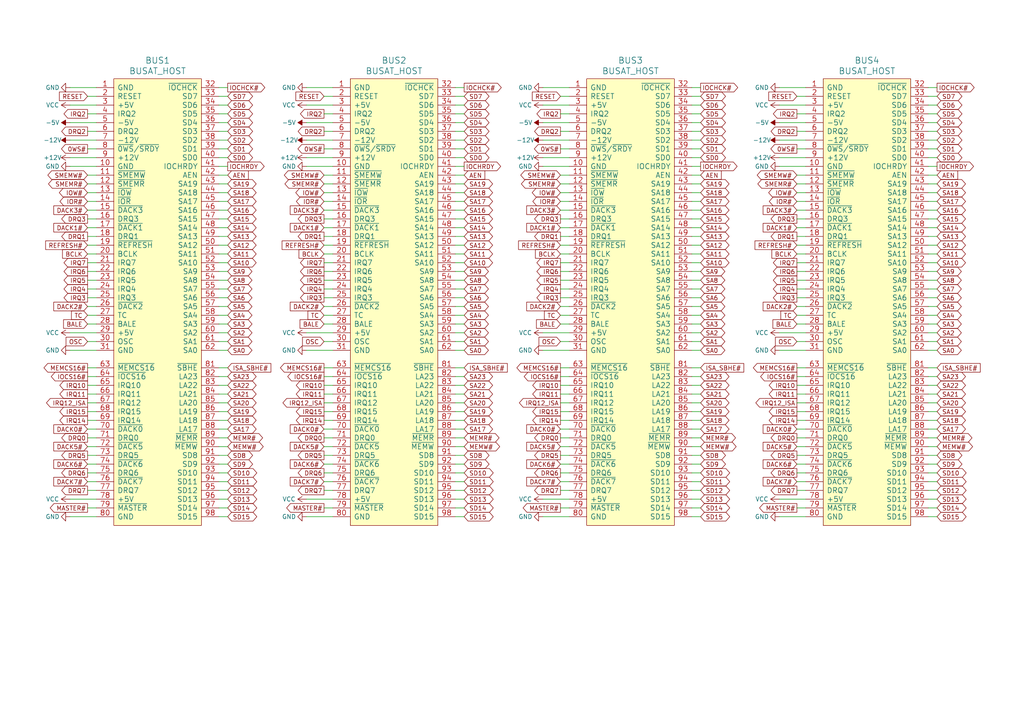
<source format=kicad_sch>
(kicad_sch (version 20211123) (generator eeschema)
  (paper "A4")
  (title_block (title "486 Sandy River Motherboard"))
  (lib_symbols
    (symbol "my_components:BUSAT_HOST" (pin_names (offset 1.016))
      (property "Reference" "BUS" (at -12.7 68.58 0))
      (property "Value" "BUSAT_HOST" (at -12.7 66.04 0))
      (symbol "BUSAT_HOST_1_1"
        (pin power_in line (at -17.78 62.23 0) (length 5.08) (name "GND") (number "1"))
        (pin power_in line (at -17.78 39.37 0) (length 5.08) (name "GND") (number "10"))
        (pin input line (at -17.78 36.83 0) (length 5.08) (name "~{SMEMW}") (number "11"))
        (pin input line (at -17.78 34.29 0) (length 5.08) (name "~{SMEMR}") (number "12"))
        (pin input line (at -17.78 31.75 0) (length 5.08) (name "~{IOW}") (number "13"))
        (pin input line (at -17.78 29.21 0) (length 5.08) (name "~{IOR}") (number "14"))
        (pin input line (at -17.78 26.67 0) (length 5.08) (name "~{DACK3}") (number "15"))
        (pin open_collector line (at -17.78 24.13 0) (length 5.08) (name "DRQ3") (number "16"))
        (pin input line (at -17.78 21.59 0) (length 5.08) (name "~{DACK1}") (number "17"))
        (pin open_collector line (at -17.78 19.05 0) (length 5.08) (name "DRQ1") (number "18"))
        (pin input line (at -17.78 16.51 0) (length 5.08) (name "~{REFRESH}") (number "19"))
        (pin input line (at -17.78 59.69 0) (length 5.08) (name "RESET") (number "2"))
        (pin input line (at -17.78 13.97 0) (length 5.08) (name "BCLK") (number "20"))
        (pin open_collector line (at -17.78 11.43 0) (length 5.08) (name "IRQ7") (number "21"))
        (pin open_collector line (at -17.78 8.89 0) (length 5.08) (name "IRQ6") (number "22"))
        (pin open_collector line (at -17.78 6.35 0) (length 5.08) (name "IRQ5") (number "23"))
        (pin open_collector line (at -17.78 3.81 0) (length 5.08) (name "IRQ4") (number "24"))
        (pin open_collector line (at -17.78 1.27 0) (length 5.08) (name "IRQ3") (number "25"))
        (pin input line (at -17.78 -1.27 0) (length 5.08) (name "~{DACK2}") (number "26"))
        (pin input line (at -17.78 -3.81 0) (length 5.08) (name "TC") (number "27"))
        (pin input line (at -17.78 -6.35 0) (length 5.08) (name "BALE") (number "28"))
        (pin power_in line (at -17.78 -8.89 0) (length 5.08) (name "+5V") (number "29"))
        (pin power_in line (at -17.78 57.15 0) (length 5.08) (name "+5V") (number "3"))
        (pin input line (at -17.78 -11.43 0) (length 5.08) (name "OSC") (number "30"))
        (pin power_in line (at -17.78 -13.97 0) (length 5.08) (name "GND") (number "31"))
        (pin open_collector line (at 17.78 62.23 180) (length 5.08) (name "~{IOCHCK}") (number "32"))
        (pin tri_state line (at 17.78 59.69 180) (length 5.08) (name "SD7") (number "33"))
        (pin tri_state line (at 17.78 57.15 180) (length 5.08) (name "SD6") (number "34"))
        (pin tri_state line (at 17.78 54.61 180) (length 5.08) (name "SD5") (number "35"))
        (pin tri_state line (at 17.78 52.07 180) (length 5.08) (name "SD4") (number "36"))
        (pin tri_state line (at 17.78 49.53 180) (length 5.08) (name "SD3") (number "37"))
        (pin tri_state line (at 17.78 46.99 180) (length 5.08) (name "SD2") (number "38"))
        (pin tri_state line (at 17.78 44.45 180) (length 5.08) (name "SD1") (number "39"))
        (pin open_collector line (at -17.78 54.61 0) (length 5.08) (name "IRQ2") (number "4"))
        (pin tri_state line (at 17.78 41.91 180) (length 5.08) (name "SD0") (number "40"))
        (pin open_collector line (at 17.78 39.37 180) (length 5.08) (name "IOCHRDY") (number "41"))
        (pin input line (at 17.78 36.83 180) (length 5.08) (name "AEN") (number "42"))
        (pin input line (at 17.78 34.29 180) (length 5.08) (name "SA19") (number "43"))
        (pin input line (at 17.78 31.75 180) (length 5.08) (name "SA18") (number "44"))
        (pin input line (at 17.78 29.21 180) (length 5.08) (name "SA17") (number "45"))
        (pin input line (at 17.78 26.67 180) (length 5.08) (name "SA16") (number "46"))
        (pin input line (at 17.78 24.13 180) (length 5.08) (name "SA15") (number "47"))
        (pin input line (at 17.78 21.59 180) (length 5.08) (name "SA14") (number "48"))
        (pin input line (at 17.78 19.05 180) (length 5.08) (name "SA13") (number "49"))
        (pin power_in line (at -17.78 52.07 0) (length 5.08) (name "-5V") (number "5"))
        (pin input line (at 17.78 16.51 180) (length 5.08) (name "SA12") (number "50"))
        (pin input line (at 17.78 13.97 180) (length 5.08) (name "SA11") (number "51"))
        (pin input line (at 17.78 11.43 180) (length 5.08) (name "SA10") (number "52"))
        (pin input line (at 17.78 8.89 180) (length 5.08) (name "SA9") (number "53"))
        (pin input line (at 17.78 6.35 180) (length 5.08) (name "SA8") (number "54"))
        (pin input line (at 17.78 3.81 180) (length 5.08) (name "SA7") (number "55"))
        (pin input line (at 17.78 1.27 180) (length 5.08) (name "SA6") (number "56"))
        (pin input line (at 17.78 -1.27 180) (length 5.08) (name "SA5") (number "57"))
        (pin input line (at 17.78 -3.81 180) (length 5.08) (name "SA4") (number "58"))
        (pin input line (at 17.78 -6.35 180) (length 5.08) (name "SA3") (number "59"))
        (pin open_collector line (at -17.78 49.53 0) (length 5.08) (name "DRQ2") (number "6"))
        (pin input line (at 17.78 -8.89 180) (length 5.08) (name "SA2") (number "60"))
        (pin input line (at 17.78 -11.43 180) (length 5.08) (name "SA1") (number "61"))
        (pin input line (at 17.78 -13.97 180) (length 5.08) (name "SA0") (number "62"))
        (pin open_collector line (at -17.78 -19.05 0) (length 5.08) (name "~{MEMCS16}") (number "63"))
        (pin open_collector line (at -17.78 -21.59 0) (length 5.08) (name "~{IOCS16}") (number "64"))
        (pin open_collector line (at -17.78 -24.13 0) (length 5.08) (name "IRQ10") (number "65"))
        (pin open_collector line (at -17.78 -26.67 0) (length 5.08) (name "IRQ11") (number "66"))
        (pin open_collector line (at -17.78 -29.21 0) (length 5.08) (name "IRQ12") (number "67"))
        (pin open_collector line (at -17.78 -31.75 0) (length 5.08) (name "IRQ15") (number "68"))
        (pin open_collector line (at -17.78 -34.29 0) (length 5.08) (name "IRQ14") (number "69"))
        (pin power_in line (at -17.78 46.99 0) (length 5.08) (name "-12V") (number "7"))
        (pin input line (at -17.78 -36.83 0) (length 5.08) (name "~{DACK0}") (number "70"))
        (pin open_collector line (at -17.78 -39.37 0) (length 5.08) (name "DRQ0") (number "71"))
        (pin input line (at -17.78 -41.91 0) (length 5.08) (name "~{DACK5}") (number "72"))
        (pin open_collector line (at -17.78 -44.45 0) (length 5.08) (name "DRQ5") (number "73"))
        (pin input line (at -17.78 -46.99 0) (length 5.08) (name "~{DACK6}") (number "74"))
        (pin open_collector line (at -17.78 -49.53 0) (length 5.08) (name "DRQ6") (number "75"))
        (pin input line (at -17.78 -52.07 0) (length 5.08) (name "~{DACK7}") (number "76"))
        (pin open_collector line (at -17.78 -54.61 0) (length 5.08) (name "DRQ7") (number "77"))
        (pin power_in line (at -17.78 -57.15 0) (length 5.08) (name "+5V") (number "78"))
        (pin open_collector line (at -17.78 -59.69 0) (length 5.08) (name "~{MASTER}") (number "79"))
        (pin open_collector line (at -17.78 44.45 0) (length 5.08) (name "~{0WS}/~{SRDY}") (number "8"))
        (pin power_in line (at -17.78 -62.23 0) (length 5.08) (name "GND") (number "80"))
        (pin input line (at 17.78 -19.05 180) (length 5.08) (name "~{SBHE}") (number "81"))
        (pin input line (at 17.78 -21.59 180) (length 5.08) (name "LA23") (number "82"))
        (pin input line (at 17.78 -24.13 180) (length 5.08) (name "LA22") (number "83"))
        (pin input line (at 17.78 -26.67 180) (length 5.08) (name "LA21") (number "84"))
        (pin input line (at 17.78 -29.21 180) (length 5.08) (name "LA20") (number "85"))
        (pin input line (at 17.78 -31.75 180) (length 5.08) (name "LA19") (number "86"))
        (pin input line (at 17.78 -34.29 180) (length 5.08) (name "LA18") (number "87"))
        (pin input line (at 17.78 -36.83 180) (length 5.08) (name "LA17") (number "88"))
        (pin input line (at 17.78 -39.37 180) (length 5.08) (name "~{MEMR}") (number "89"))
        (pin power_in line (at -17.78 41.91 0) (length 5.08) (name "+12V") (number "9"))
        (pin input line (at 17.78 -41.91 180) (length 5.08) (name "~{MEMW}") (number "90"))
        (pin tri_state line (at 17.78 -44.45 180) (length 5.08) (name "SD8") (number "91"))
        (pin tri_state line (at 17.78 -46.99 180) (length 5.08) (name "SD9") (number "92"))
        (pin tri_state line (at 17.78 -49.53 180) (length 5.08) (name "SD10") (number "93"))
        (pin tri_state line (at 17.78 -52.07 180) (length 5.08) (name "SD11") (number "94"))
        (pin tri_state line (at 17.78 -54.61 180) (length 5.08) (name "SD12") (number "95"))
        (pin tri_state line (at 17.78 -57.15 180) (length 5.08) (name "SD13") (number "96"))
        (pin tri_state line (at 17.78 -59.69 180) (length 5.08) (name "SD14") (number "97"))
        (pin tri_state line (at 17.78 -62.23 180) (length 5.08) (name "SD15") (number "98"))
      )
    )
    (symbol "power:+12V" (power) (pin_names (offset 0))
      (property "Value" "+12V" (at 0 3.556 0))
      (symbol "+12V_1_1"
        (pin power_in line (at 0 0 90) (length 0) hide (name "+12V") (number "1"))
      )
    )
    (symbol "power:-12V" (power) (pin_names (offset 0))
      (property "Value" "-12V" (at 0 3.81 0))
      (symbol "-12V_0_0"
        (pin power_in line (at 0 0 90) (length 0) hide (name "-12V") (number "1"))
      )
    )
    (symbol "power:-5V" (power) (pin_names (offset 0))
      (property "Value" "-5V" (at 0 3.81 0))
      (symbol "-5V_0_0"
        (pin power_in line (at 0 0 90) (length 0) hide (name "-5V") (number "1"))
      )
    )
    (symbol "power:GND" (power) (pin_names (offset 0))
      (property "Value" "GND" (at 0 -3.81 0))
      (symbol "GND_1_1"
        (pin power_in line (at 0 0 270) (length 0) hide (name "GND") (number "1"))
      )
    )
    (symbol "power:VCC" (power) (pin_names (offset 0))
      (property "Value" "VCC" (at 0 3.81 0))
      (symbol "VCC_1_1"
        (pin power_in line (at 0 0 90) (length 0) hide (name "VCC") (number "1"))
      )
    )
  )
  (wire (pts (xy 27.94 119.38) (xy 25.4 119.38)))
  (wire (pts (xy 27.94 127) (xy 25.4 127)))
  (wire (pts (xy 132.08 96.52) (xy 134.62 96.52)))
  (wire (pts (xy 132.08 60.96) (xy 134.62 60.96)))
  (wire (pts (xy 200.66 38.1) (xy 203.2 38.1)))
  (wire (pts (xy 269.24 81.28) (xy 271.78 81.28)))
  (wire (pts (xy 233.68 71.12) (xy 231.14 71.12)))
  (wire (pts (xy 96.52 127) (xy 93.98 127)))
  (wire (pts (xy 96.52 93.98) (xy 93.98 93.98)))
  (wire (pts (xy 269.24 93.98) (xy 271.78 93.98)))
  (wire (pts (xy 63.5 86.36) (xy 66.04 86.36)))
  (wire (pts (xy 132.08 86.36) (xy 134.62 86.36)))
  (wire (pts (xy 96.52 71.12) (xy 93.98 71.12)))
  (wire (pts (xy 88.9 96.52) (xy 96.52 96.52)))
  (wire (pts (xy 63.5 81.28) (xy 66.04 81.28)))
  (wire (pts (xy 269.24 88.9) (xy 271.78 88.9)))
  (wire (pts (xy 132.08 43.18) (xy 134.62 43.18)))
  (wire (pts (xy 157.48 48.26) (xy 165.1 48.26)))
  (wire (pts (xy 165.1 132.08) (xy 162.56 132.08)))
  (wire (pts (xy 27.94 86.36) (xy 25.4 86.36)))
  (wire (pts (xy 88.9 101.6) (xy 96.52 101.6)))
  (wire (pts (xy 63.5 116.84) (xy 66.04 116.84)))
  (wire (pts (xy 132.08 81.28) (xy 134.62 81.28)))
  (wire (pts (xy 269.24 43.18) (xy 271.78 43.18)))
  (wire (pts (xy 63.5 144.78) (xy 66.04 144.78)))
  (wire (pts (xy 96.52 73.66) (xy 93.98 73.66)))
  (wire (pts (xy 63.5 142.24) (xy 66.04 142.24)))
  (wire (pts (xy 269.24 30.48) (xy 271.78 30.48)))
  (wire (pts (xy 200.66 43.18) (xy 203.2 43.18)))
  (wire (pts (xy 200.66 55.88) (xy 203.2 55.88)))
  (wire (pts (xy 96.52 142.24) (xy 93.98 142.24)))
  (wire (pts (xy 132.08 129.54) (xy 134.62 129.54)))
  (wire (pts (xy 200.66 139.7) (xy 203.2 139.7)))
  (wire (pts (xy 63.5 124.46) (xy 66.04 124.46)))
  (wire (pts (xy 233.68 106.68) (xy 231.14 106.68)))
  (wire (pts (xy 200.66 137.16) (xy 203.2 137.16)))
  (wire (pts (xy 157.48 45.72) (xy 165.1 45.72)))
  (wire (pts (xy 157.48 25.4) (xy 165.1 25.4)))
  (wire (pts (xy 165.1 73.66) (xy 162.56 73.66)))
  (wire (pts (xy 269.24 129.54) (xy 271.78 129.54)))
  (wire (pts (xy 165.1 83.82) (xy 162.56 83.82)))
  (wire (pts (xy 200.66 81.28) (xy 203.2 81.28)))
  (wire (pts (xy 63.5 121.92) (xy 66.04 121.92)))
  (wire (pts (xy 200.66 88.9) (xy 203.2 88.9)))
  (wire (pts (xy 233.68 91.44) (xy 231.14 91.44)))
  (wire (pts (xy 27.94 132.08) (xy 25.4 132.08)))
  (wire (pts (xy 269.24 86.36) (xy 271.78 86.36)))
  (wire (pts (xy 27.94 58.42) (xy 25.4 58.42)))
  (wire (pts (xy 165.1 86.36) (xy 162.56 86.36)))
  (wire (pts (xy 200.66 53.34) (xy 203.2 53.34)))
  (wire (pts (xy 96.52 81.28) (xy 93.98 81.28)))
  (wire (pts (xy 269.24 35.56) (xy 271.78 35.56)))
  (wire (pts (xy 269.24 60.96) (xy 271.78 60.96)))
  (wire (pts (xy 233.68 43.18) (xy 231.14 43.18)))
  (wire (pts (xy 226.06 48.26) (xy 233.68 48.26)))
  (wire (pts (xy 27.94 53.34) (xy 25.4 53.34)))
  (wire (pts (xy 27.94 116.84) (xy 25.4 116.84)))
  (wire (pts (xy 165.1 38.1) (xy 162.56 38.1)))
  (wire (pts (xy 132.08 71.12) (xy 134.62 71.12)))
  (wire (pts (xy 20.32 30.48) (xy 27.94 30.48)))
  (wire (pts (xy 96.52 66.04) (xy 93.98 66.04)))
  (wire (pts (xy 165.1 127) (xy 162.56 127)))
  (wire (pts (xy 132.08 50.8) (xy 134.62 50.8)))
  (wire (pts (xy 165.1 78.74) (xy 162.56 78.74)))
  (wire (pts (xy 233.68 88.9) (xy 231.14 88.9)))
  (wire (pts (xy 27.94 83.82) (xy 25.4 83.82)))
  (wire (pts (xy 63.5 43.18) (xy 66.04 43.18)))
  (wire (pts (xy 165.1 121.92) (xy 162.56 121.92)))
  (wire (pts (xy 165.1 111.76) (xy 162.56 111.76)))
  (wire (pts (xy 27.94 60.96) (xy 25.4 60.96)))
  (wire (pts (xy 200.66 144.78) (xy 203.2 144.78)))
  (wire (pts (xy 233.68 139.7) (xy 231.14 139.7)))
  (wire (pts (xy 269.24 83.82) (xy 271.78 83.82)))
  (wire (pts (xy 233.68 83.82) (xy 231.14 83.82)))
  (wire (pts (xy 27.94 55.88) (xy 25.4 55.88)))
  (wire (pts (xy 27.94 106.68) (xy 25.4 106.68)))
  (wire (pts (xy 132.08 119.38) (xy 134.62 119.38)))
  (wire (pts (xy 200.66 124.46) (xy 203.2 124.46)))
  (wire (pts (xy 96.52 83.82) (xy 93.98 83.82)))
  (wire (pts (xy 88.9 144.78) (xy 96.52 144.78)))
  (wire (pts (xy 226.06 30.48) (xy 233.68 30.48)))
  (wire (pts (xy 269.24 132.08) (xy 271.78 132.08)))
  (wire (pts (xy 269.24 114.3) (xy 271.78 114.3)))
  (wire (pts (xy 165.1 27.94) (xy 162.56 27.94)))
  (wire (pts (xy 132.08 144.78) (xy 134.62 144.78)))
  (wire (pts (xy 200.66 66.04) (xy 203.2 66.04)))
  (wire (pts (xy 132.08 68.58) (xy 134.62 68.58)))
  (wire (pts (xy 27.94 38.1) (xy 25.4 38.1)))
  (wire (pts (xy 96.52 27.94) (xy 93.98 27.94)))
  (wire (pts (xy 27.94 27.94) (xy 25.4 27.94)))
  (wire (pts (xy 269.24 139.7) (xy 271.78 139.7)))
  (wire (pts (xy 165.1 63.5) (xy 162.56 63.5)))
  (wire (pts (xy 27.94 78.74) (xy 25.4 78.74)))
  (wire (pts (xy 233.68 114.3) (xy 231.14 114.3)))
  (wire (pts (xy 63.5 106.68) (xy 66.04 106.68)))
  (wire (pts (xy 233.68 137.16) (xy 231.14 137.16)))
  (wire (pts (xy 132.08 58.42) (xy 134.62 58.42)))
  (wire (pts (xy 27.94 142.24) (xy 25.4 142.24)))
  (wire (pts (xy 233.68 27.94) (xy 231.14 27.94)))
  (wire (pts (xy 200.66 129.54) (xy 203.2 129.54)))
  (wire (pts (xy 96.52 76.2) (xy 93.98 76.2)))
  (wire (pts (xy 132.08 83.82) (xy 134.62 83.82)))
  (wire (pts (xy 157.48 101.6) (xy 165.1 101.6)))
  (wire (pts (xy 200.66 30.48) (xy 203.2 30.48)))
  (wire (pts (xy 63.5 93.98) (xy 66.04 93.98)))
  (wire (pts (xy 88.9 30.48) (xy 96.52 30.48)))
  (wire (pts (xy 63.5 35.56) (xy 66.04 35.56)))
  (wire (pts (xy 200.66 35.56) (xy 203.2 35.56)))
  (wire (pts (xy 132.08 137.16) (xy 134.62 137.16)))
  (wire (pts (xy 269.24 27.94) (xy 271.78 27.94)))
  (wire (pts (xy 96.52 88.9) (xy 93.98 88.9)))
  (wire (pts (xy 63.5 63.5) (xy 66.04 63.5)))
  (wire (pts (xy 63.5 66.04) (xy 66.04 66.04)))
  (wire (pts (xy 200.66 73.66) (xy 203.2 73.66)))
  (wire (pts (xy 165.1 109.22) (xy 162.56 109.22)))
  (wire (pts (xy 93.98 43.18) (xy 96.52 43.18)))
  (wire (pts (xy 132.08 116.84) (xy 134.62 116.84)))
  (wire (pts (xy 200.66 134.62) (xy 203.2 134.62)))
  (wire (pts (xy 200.66 25.4) (xy 203.2 25.4)))
  (wire (pts (xy 96.52 78.74) (xy 93.98 78.74)))
  (wire (pts (xy 157.48 149.86) (xy 165.1 149.86)))
  (wire (pts (xy 132.08 76.2) (xy 134.62 76.2)))
  (wire (pts (xy 226.06 149.86) (xy 233.68 149.86)))
  (wire (pts (xy 132.08 25.4) (xy 134.62 25.4)))
  (wire (pts (xy 269.24 101.6) (xy 271.78 101.6)))
  (wire (pts (xy 233.68 78.74) (xy 231.14 78.74)))
  (wire (pts (xy 63.5 71.12) (xy 66.04 71.12)))
  (wire (pts (xy 269.24 55.88) (xy 271.78 55.88)))
  (wire (pts (xy 20.32 45.72) (xy 27.94 45.72)))
  (wire (pts (xy 200.66 147.32) (xy 203.2 147.32)))
  (wire (pts (xy 27.94 68.58) (xy 25.4 68.58)))
  (wire (pts (xy 165.1 129.54) (xy 162.56 129.54)))
  (wire (pts (xy 200.66 91.44) (xy 203.2 91.44)))
  (wire (pts (xy 132.08 27.94) (xy 134.62 27.94)))
  (wire (pts (xy 96.52 134.62) (xy 93.98 134.62)))
  (wire (pts (xy 132.08 114.3) (xy 134.62 114.3)))
  (wire (pts (xy 165.1 137.16) (xy 162.56 137.16)))
  (wire (pts (xy 233.68 93.98) (xy 231.14 93.98)))
  (wire (pts (xy 233.68 132.08) (xy 231.14 132.08)))
  (wire (pts (xy 269.24 73.66) (xy 271.78 73.66)))
  (wire (pts (xy 132.08 88.9) (xy 134.62 88.9)))
  (wire (pts (xy 269.24 40.64) (xy 271.78 40.64)))
  (wire (pts (xy 96.52 55.88) (xy 93.98 55.88)))
  (wire (pts (xy 165.1 60.96) (xy 162.56 60.96)))
  (wire (pts (xy 200.66 119.38) (xy 203.2 119.38)))
  (wire (pts (xy 132.08 78.74) (xy 134.62 78.74)))
  (wire (pts (xy 96.52 147.32) (xy 93.98 147.32)))
  (wire (pts (xy 165.1 91.44) (xy 162.56 91.44)))
  (wire (pts (xy 269.24 147.32) (xy 271.78 147.32)))
  (wire (pts (xy 63.5 78.74) (xy 66.04 78.74)))
  (wire (pts (xy 132.08 66.04) (xy 134.62 66.04)))
  (wire (pts (xy 233.68 121.92) (xy 231.14 121.92)))
  (wire (pts (xy 165.1 55.88) (xy 162.56 55.88)))
  (wire (pts (xy 27.94 114.3) (xy 25.4 114.3)))
  (wire (pts (xy 96.52 99.06) (xy 93.98 99.06)))
  (wire (pts (xy 63.5 99.06) (xy 66.04 99.06)))
  (wire (pts (xy 200.66 68.58) (xy 203.2 68.58)))
  (wire (pts (xy 63.5 40.64) (xy 66.04 40.64)))
  (wire (pts (xy 96.52 132.08) (xy 93.98 132.08)))
  (wire (pts (xy 27.94 76.2) (xy 25.4 76.2)))
  (wire (pts (xy 63.5 58.42) (xy 66.04 58.42)))
  (wire (pts (xy 96.52 86.36) (xy 93.98 86.36)))
  (wire (pts (xy 165.1 116.84) (xy 162.56 116.84)))
  (wire (pts (xy 200.66 45.72) (xy 203.2 45.72)))
  (wire (pts (xy 157.48 40.64) (xy 165.1 40.64)))
  (wire (pts (xy 165.1 88.9) (xy 162.56 88.9)))
  (wire (pts (xy 233.68 73.66) (xy 231.14 73.66)))
  (wire (pts (xy 88.9 48.26) (xy 96.52 48.26)))
  (wire (pts (xy 132.08 134.62) (xy 134.62 134.62)))
  (wire (pts (xy 132.08 55.88) (xy 134.62 55.88)))
  (wire (pts (xy 132.08 121.92) (xy 134.62 121.92)))
  (wire (pts (xy 63.5 101.6) (xy 66.04 101.6)))
  (wire (pts (xy 63.5 91.44) (xy 66.04 91.44)))
  (wire (pts (xy 165.1 66.04) (xy 162.56 66.04)))
  (wire (pts (xy 63.5 38.1) (xy 66.04 38.1)))
  (wire (pts (xy 63.5 111.76) (xy 66.04 111.76)))
  (wire (pts (xy 63.5 55.88) (xy 66.04 55.88)))
  (wire (pts (xy 200.66 27.94) (xy 203.2 27.94)))
  (wire (pts (xy 200.66 63.5) (xy 203.2 63.5)))
  (wire (pts (xy 200.66 48.26) (xy 203.2 48.26)))
  (wire (pts (xy 233.68 55.88) (xy 231.14 55.88)))
  (wire (pts (xy 63.5 48.26) (xy 66.04 48.26)))
  (wire (pts (xy 27.94 71.12) (xy 25.4 71.12)))
  (wire (pts (xy 269.24 91.44) (xy 271.78 91.44)))
  (wire (pts (xy 269.24 116.84) (xy 271.78 116.84)))
  (wire (pts (xy 233.68 68.58) (xy 231.14 68.58)))
  (wire (pts (xy 233.68 50.8) (xy 231.14 50.8)))
  (wire (pts (xy 233.68 129.54) (xy 231.14 129.54)))
  (wire (pts (xy 200.66 86.36) (xy 203.2 86.36)))
  (wire (pts (xy 20.32 144.78) (xy 27.94 144.78)))
  (wire (pts (xy 200.66 83.82) (xy 203.2 83.82)))
  (wire (pts (xy 269.24 99.06) (xy 271.78 99.06)))
  (wire (pts (xy 132.08 149.86) (xy 134.62 149.86)))
  (wire (pts (xy 233.68 109.22) (xy 231.14 109.22)))
  (wire (pts (xy 132.08 99.06) (xy 134.62 99.06)))
  (wire (pts (xy 132.08 91.44) (xy 134.62 91.44)))
  (wire (pts (xy 233.68 81.28) (xy 231.14 81.28)))
  (wire (pts (xy 200.66 149.86) (xy 203.2 149.86)))
  (wire (pts (xy 132.08 53.34) (xy 134.62 53.34)))
  (wire (pts (xy 20.32 35.56) (xy 27.94 35.56)))
  (wire (pts (xy 157.48 96.52) (xy 165.1 96.52)))
  (wire (pts (xy 63.5 76.2) (xy 66.04 76.2)))
  (wire (pts (xy 269.24 76.2) (xy 271.78 76.2)))
  (wire (pts (xy 269.24 144.78) (xy 271.78 144.78)))
  (wire (pts (xy 96.52 109.22) (xy 93.98 109.22)))
  (wire (pts (xy 200.66 127) (xy 203.2 127)))
  (wire (pts (xy 20.32 48.26) (xy 27.94 48.26)))
  (wire (pts (xy 165.1 71.12) (xy 162.56 71.12)))
  (wire (pts (xy 233.68 99.06) (xy 231.14 99.06)))
  (wire (pts (xy 20.32 25.4) (xy 27.94 25.4)))
  (wire (pts (xy 96.52 129.54) (xy 93.98 129.54)))
  (wire (pts (xy 27.94 81.28) (xy 25.4 81.28)))
  (wire (pts (xy 132.08 93.98) (xy 134.62 93.98)))
  (wire (pts (xy 27.94 109.22) (xy 25.4 109.22)))
  (wire (pts (xy 269.24 111.76) (xy 271.78 111.76)))
  (wire (pts (xy 165.1 134.62) (xy 162.56 134.62)))
  (wire (pts (xy 27.94 33.02) (xy 25.4 33.02)))
  (wire (pts (xy 132.08 142.24) (xy 134.62 142.24)))
  (wire (pts (xy 96.52 50.8) (xy 93.98 50.8)))
  (wire (pts (xy 233.68 116.84) (xy 231.14 116.84)))
  (wire (pts (xy 269.24 96.52) (xy 271.78 96.52)))
  (wire (pts (xy 63.5 83.82) (xy 66.04 83.82)))
  (wire (pts (xy 132.08 147.32) (xy 134.62 147.32)))
  (wire (pts (xy 63.5 139.7) (xy 66.04 139.7)))
  (wire (pts (xy 269.24 109.22) (xy 271.78 109.22)))
  (wire (pts (xy 27.94 93.98) (xy 25.4 93.98)))
  (wire (pts (xy 63.5 96.52) (xy 66.04 96.52)))
  (wire (pts (xy 63.5 132.08) (xy 66.04 132.08)))
  (wire (pts (xy 233.68 38.1) (xy 231.14 38.1)))
  (wire (pts (xy 63.5 30.48) (xy 66.04 30.48)))
  (wire (pts (xy 96.52 60.96) (xy 93.98 60.96)))
  (wire (pts (xy 233.68 53.34) (xy 231.14 53.34)))
  (wire (pts (xy 233.68 124.46) (xy 231.14 124.46)))
  (wire (pts (xy 233.68 142.24) (xy 231.14 142.24)))
  (wire (pts (xy 269.24 134.62) (xy 271.78 134.62)))
  (wire (pts (xy 233.68 76.2) (xy 231.14 76.2)))
  (wire (pts (xy 63.5 73.66) (xy 66.04 73.66)))
  (wire (pts (xy 233.68 33.02) (xy 231.14 33.02)))
  (wire (pts (xy 269.24 121.92) (xy 271.78 121.92)))
  (wire (pts (xy 132.08 63.5) (xy 134.62 63.5)))
  (wire (pts (xy 269.24 119.38) (xy 271.78 119.38)))
  (wire (pts (xy 27.94 129.54) (xy 25.4 129.54)))
  (wire (pts (xy 63.5 134.62) (xy 66.04 134.62)))
  (wire (pts (xy 233.68 86.36) (xy 231.14 86.36)))
  (wire (pts (xy 233.68 63.5) (xy 231.14 63.5)))
  (wire (pts (xy 233.68 147.32) (xy 231.14 147.32)))
  (wire (pts (xy 132.08 111.76) (xy 134.62 111.76)))
  (wire (pts (xy 96.52 63.5) (xy 93.98 63.5)))
  (wire (pts (xy 96.52 116.84) (xy 93.98 116.84)))
  (wire (pts (xy 233.68 66.04) (xy 231.14 66.04)))
  (wire (pts (xy 132.08 48.26) (xy 134.62 48.26)))
  (wire (pts (xy 226.06 35.56) (xy 233.68 35.56)))
  (wire (pts (xy 162.56 43.18) (xy 165.1 43.18)))
  (wire (pts (xy 269.24 53.34) (xy 271.78 53.34)))
  (wire (pts (xy 63.5 119.38) (xy 66.04 119.38)))
  (wire (pts (xy 27.94 50.8) (xy 25.4 50.8)))
  (wire (pts (xy 165.1 114.3) (xy 162.56 114.3)))
  (wire (pts (xy 27.94 88.9) (xy 25.4 88.9)))
  (wire (pts (xy 269.24 66.04) (xy 271.78 66.04)))
  (wire (pts (xy 96.52 111.76) (xy 93.98 111.76)))
  (wire (pts (xy 165.1 139.7) (xy 162.56 139.7)))
  (wire (pts (xy 200.66 142.24) (xy 203.2 142.24)))
  (wire (pts (xy 132.08 73.66) (xy 134.62 73.66)))
  (wire (pts (xy 132.08 30.48) (xy 134.62 30.48)))
  (wire (pts (xy 165.1 142.24) (xy 162.56 142.24)))
  (wire (pts (xy 88.9 25.4) (xy 96.52 25.4)))
  (wire (pts (xy 63.5 60.96) (xy 66.04 60.96)))
  (wire (pts (xy 165.1 68.58) (xy 162.56 68.58)))
  (wire (pts (xy 132.08 109.22) (xy 134.62 109.22)))
  (wire (pts (xy 233.68 111.76) (xy 231.14 111.76)))
  (wire (pts (xy 157.48 35.56) (xy 165.1 35.56)))
  (wire (pts (xy 165.1 50.8) (xy 162.56 50.8)))
  (wire (pts (xy 96.52 58.42) (xy 93.98 58.42)))
  (wire (pts (xy 27.94 134.62) (xy 25.4 134.62)))
  (wire (pts (xy 200.66 76.2) (xy 203.2 76.2)))
  (wire (pts (xy 27.94 66.04) (xy 25.4 66.04)))
  (wire (pts (xy 269.24 58.42) (xy 271.78 58.42)))
  (wire (pts (xy 63.5 50.8) (xy 66.04 50.8)))
  (wire (pts (xy 269.24 106.68) (xy 271.78 106.68)))
  (wire (pts (xy 132.08 139.7) (xy 134.62 139.7)))
  (wire (pts (xy 226.06 96.52) (xy 233.68 96.52)))
  (wire (pts (xy 27.94 63.5) (xy 25.4 63.5)))
  (wire (pts (xy 88.9 35.56) (xy 96.52 35.56)))
  (wire (pts (xy 88.9 45.72) (xy 96.52 45.72)))
  (wire (pts (xy 269.24 142.24) (xy 271.78 142.24)))
  (wire (pts (xy 63.5 149.86) (xy 66.04 149.86)))
  (wire (pts (xy 200.66 58.42) (xy 203.2 58.42)))
  (wire (pts (xy 226.06 45.72) (xy 233.68 45.72)))
  (wire (pts (xy 200.66 109.22) (xy 203.2 109.22)))
  (wire (pts (xy 269.24 127) (xy 271.78 127)))
  (wire (pts (xy 269.24 48.26) (xy 271.78 48.26)))
  (wire (pts (xy 226.06 144.78) (xy 233.68 144.78)))
  (wire (pts (xy 132.08 106.68) (xy 134.62 106.68)))
  (wire (pts (xy 200.66 60.96) (xy 203.2 60.96)))
  (wire (pts (xy 132.08 33.02) (xy 134.62 33.02)))
  (wire (pts (xy 165.1 124.46) (xy 162.56 124.46)))
  (wire (pts (xy 96.52 119.38) (xy 93.98 119.38)))
  (wire (pts (xy 27.94 99.06) (xy 25.4 99.06)))
  (wire (pts (xy 226.06 40.64) (xy 233.68 40.64)))
  (wire (pts (xy 96.52 53.34) (xy 93.98 53.34)))
  (wire (pts (xy 233.68 58.42) (xy 231.14 58.42)))
  (wire (pts (xy 132.08 45.72) (xy 134.62 45.72)))
  (wire (pts (xy 132.08 127) (xy 134.62 127)))
  (wire (pts (xy 63.5 114.3) (xy 66.04 114.3)))
  (wire (pts (xy 63.5 45.72) (xy 66.04 45.72)))
  (wire (pts (xy 96.52 38.1) (xy 93.98 38.1)))
  (wire (pts (xy 165.1 119.38) (xy 162.56 119.38)))
  (wire (pts (xy 63.5 27.94) (xy 66.04 27.94)))
  (wire (pts (xy 88.9 149.86) (xy 96.52 149.86)))
  (wire (pts (xy 200.66 78.74) (xy 203.2 78.74)))
  (wire (pts (xy 200.66 132.08) (xy 203.2 132.08)))
  (wire (pts (xy 269.24 68.58) (xy 271.78 68.58)))
  (wire (pts (xy 165.1 58.42) (xy 162.56 58.42)))
  (wire (pts (xy 200.66 96.52) (xy 203.2 96.52)))
  (wire (pts (xy 165.1 33.02) (xy 162.56 33.02)))
  (wire (pts (xy 20.32 101.6) (xy 27.94 101.6)))
  (wire (pts (xy 269.24 137.16) (xy 271.78 137.16)))
  (wire (pts (xy 200.66 93.98) (xy 203.2 93.98)))
  (wire (pts (xy 63.5 88.9) (xy 66.04 88.9)))
  (wire (pts (xy 200.66 33.02) (xy 203.2 33.02)))
  (wire (pts (xy 96.52 114.3) (xy 93.98 114.3)))
  (wire (pts (xy 63.5 33.02) (xy 66.04 33.02)))
  (wire (pts (xy 63.5 25.4) (xy 66.04 25.4)))
  (wire (pts (xy 269.24 50.8) (xy 271.78 50.8)))
  (wire (pts (xy 269.24 45.72) (xy 271.78 45.72)))
  (wire (pts (xy 27.94 121.92) (xy 25.4 121.92)))
  (wire (pts (xy 20.32 96.52) (xy 27.94 96.52)))
  (wire (pts (xy 226.06 101.6) (xy 233.68 101.6)))
  (wire (pts (xy 200.66 114.3) (xy 203.2 114.3)))
  (wire (pts (xy 27.94 91.44) (xy 25.4 91.44)))
  (wire (pts (xy 63.5 129.54) (xy 66.04 129.54)))
  (wire (pts (xy 269.24 78.74) (xy 271.78 78.74)))
  (wire (pts (xy 132.08 101.6) (xy 134.62 101.6)))
  (wire (pts (xy 200.66 101.6) (xy 203.2 101.6)))
  (wire (pts (xy 96.52 139.7) (xy 93.98 139.7)))
  (wire (pts (xy 269.24 71.12) (xy 271.78 71.12)))
  (wire (pts (xy 200.66 116.84) (xy 203.2 116.84)))
  (wire (pts (xy 165.1 53.34) (xy 162.56 53.34)))
  (wire (pts (xy 63.5 68.58) (xy 66.04 68.58)))
  (wire (pts (xy 233.68 60.96) (xy 231.14 60.96)))
  (wire (pts (xy 233.68 119.38) (xy 231.14 119.38)))
  (wire (pts (xy 96.52 121.92) (xy 93.98 121.92)))
  (wire (pts (xy 269.24 124.46) (xy 271.78 124.46)))
  (wire (pts (xy 27.94 139.7) (xy 25.4 139.7)))
  (wire (pts (xy 165.1 99.06) (xy 162.56 99.06)))
  (wire (pts (xy 200.66 106.68) (xy 203.2 106.68)))
  (wire (pts (xy 132.08 132.08) (xy 134.62 132.08)))
  (wire (pts (xy 96.52 137.16) (xy 93.98 137.16)))
  (wire (pts (xy 132.08 40.64) (xy 134.62 40.64)))
  (wire (pts (xy 20.32 149.86) (xy 27.94 149.86)))
  (wire (pts (xy 132.08 35.56) (xy 134.62 35.56)))
  (wire (pts (xy 27.94 124.46) (xy 25.4 124.46)))
  (wire (pts (xy 269.24 25.4) (xy 271.78 25.4)))
  (wire (pts (xy 63.5 53.34) (xy 66.04 53.34)))
  (wire (pts (xy 157.48 144.78) (xy 165.1 144.78)))
  (wire (pts (xy 200.66 121.92) (xy 203.2 121.92)))
  (wire (pts (xy 165.1 106.68) (xy 162.56 106.68)))
  (wire (pts (xy 96.52 124.46) (xy 93.98 124.46)))
  (wire (pts (xy 27.94 137.16) (xy 25.4 137.16)))
  (wire (pts (xy 200.66 50.8) (xy 203.2 50.8)))
  (wire (pts (xy 96.52 33.02) (xy 93.98 33.02)))
  (wire (pts (xy 200.66 99.06) (xy 203.2 99.06)))
  (wire (pts (xy 63.5 147.32) (xy 66.04 147.32)))
  (wire (pts (xy 200.66 40.64) (xy 203.2 40.64)))
  (wire (pts (xy 269.24 149.86) (xy 271.78 149.86)))
  (wire (pts (xy 233.68 134.62) (xy 231.14 134.62)))
  (wire (pts (xy 27.94 147.32) (xy 25.4 147.32)))
  (wire (pts (xy 63.5 109.22) (xy 66.04 109.22)))
  (wire (pts (xy 132.08 38.1) (xy 134.62 38.1)))
  (wire (pts (xy 20.32 40.64) (xy 27.94 40.64)))
  (wire (pts (xy 165.1 93.98) (xy 162.56 93.98)))
  (wire (pts (xy 233.68 127) (xy 231.14 127)))
  (wire (pts (xy 165.1 81.28) (xy 162.56 81.28)))
  (wire (pts (xy 200.66 71.12) (xy 203.2 71.12)))
  (wire (pts (xy 63.5 137.16) (xy 66.04 137.16)))
  (wire (pts (xy 200.66 111.76) (xy 203.2 111.76)))
  (wire (pts (xy 63.5 127) (xy 66.04 127)))
  (wire (pts (xy 157.48 30.48) (xy 165.1 30.48)))
  (wire (pts (xy 269.24 33.02) (xy 271.78 33.02)))
  (wire (pts (xy 226.06 25.4) (xy 233.68 25.4)))
  (wire (pts (xy 96.52 68.58) (xy 93.98 68.58)))
  (wire (pts (xy 27.94 111.76) (xy 25.4 111.76)))
  (wire (pts (xy 269.24 63.5) (xy 271.78 63.5)))
  (wire (pts (xy 165.1 76.2) (xy 162.56 76.2)))
  (wire (pts (xy 165.1 147.32) (xy 162.56 147.32)))
  (wire (pts (xy 96.52 106.68) (xy 93.98 106.68)))
  (wire (pts (xy 27.94 73.66) (xy 25.4 73.66)))
  (wire (pts (xy 27.94 43.18) (xy 25.4 43.18)))
  (wire (pts (xy 88.9 40.64) (xy 96.52 40.64)))
  (wire (pts (xy 132.08 124.46) (xy 134.62 124.46)))
  (wire (pts (xy 96.52 91.44) (xy 93.98 91.44)))
  (wire (pts (xy 269.24 38.1) (xy 271.78 38.1)))
  (global_label "DACK6#" (shape input) (at 231.14 134.62 180) (property "Intersheet References" "${INTERSHEET_REFS}" (effects hide)))
  (global_label "SA17" (shape bidirectional) (at 271.78 124.46 0) (property "Intersheet References" "${INTERSHEET_REFS}" (effects hide)))
  (global_label "DRQ3" (shape output) (at 93.98 63.5 180) (property "Intersheet References" "${INTERSHEET_REFS}" (effects hide)))
  (global_label "SA0" (shape bidirectional) (at 271.78 101.6 0) (property "Intersheet References" "${INTERSHEET_REFS}" (effects hide)))
  (global_label "DRQ2" (shape output) (at 93.98 38.1 180) (property "Intersheet References" "${INTERSHEET_REFS}" (effects hide)))
  (global_label "SA15" (shape bidirectional) (at 203.2 63.5 0) (property "Intersheet References" "${INTERSHEET_REFS}" (effects hide)))
  (global_label "SA22" (shape bidirectional) (at 203.2 111.76 0) (property "Intersheet References" "${INTERSHEET_REFS}" (effects hide)))
  (global_label "SD5" (shape bidirectional) (at 66.04 33.02 0) (property "Intersheet References" "${INTERSHEET_REFS}" (effects hide)))
  (global_label "SA9" (shape bidirectional) (at 271.78 78.74 0) (property "Intersheet References" "${INTERSHEET_REFS}" (effects hide)))
  (global_label "IRQ3" (shape output) (at 162.56 86.36 180) (property "Intersheet References" "${INTERSHEET_REFS}" (effects hide)))
  (global_label "DACK1#" (shape input) (at 93.98 66.04 180) (property "Intersheet References" "${INTERSHEET_REFS}" (effects hide)))
  (global_label "DRQ0" (shape output) (at 231.14 127 180) (property "Intersheet References" "${INTERSHEET_REFS}" (effects hide)))
  (global_label "IRQ5" (shape output) (at 25.4 81.28 180) (property "Intersheet References" "${INTERSHEET_REFS}" (effects hide)))
  (global_label "MASTER#" (shape output) (at 93.98 147.32 180) (property "Intersheet References" "${INTERSHEET_REFS}" (effects hide)))
  (global_label "IRQ10" (shape output) (at 93.98 111.76 180) (property "Intersheet References" "${INTERSHEET_REFS}" (effects hide)))
  (global_label "DACK7#" (shape input) (at 93.98 139.7 180) (property "Intersheet References" "${INTERSHEET_REFS}" (effects hide)))
  (global_label "DACK5#" (shape input) (at 162.56 129.54 180) (property "Intersheet References" "${INTERSHEET_REFS}" (effects hide)))
  (global_label "IRQ3" (shape output) (at 231.14 86.36 180) (property "Intersheet References" "${INTERSHEET_REFS}" (effects hide)))
  (global_label "OSC" (shape input) (at 162.56 99.06 180) (property "Intersheet References" "${INTERSHEET_REFS}" (effects hide)))
  (global_label "IRQ5" (shape output) (at 162.56 81.28 180) (property "Intersheet References" "${INTERSHEET_REFS}" (effects hide)))
  (global_label "IRQ12_ISA" (shape output) (at 231.14 116.84 180) (property "Intersheet References" "${INTERSHEET_REFS}" (effects hide)))
  (global_label "SA11" (shape bidirectional) (at 66.04 73.66 0) (property "Intersheet References" "${INTERSHEET_REFS}" (effects hide)))
  (global_label "SA1" (shape bidirectional) (at 134.62 99.06 0) (property "Intersheet References" "${INTERSHEET_REFS}" (effects hide)))
  (global_label "IOR#" (shape bidirectional) (at 162.56 58.42 180) (property "Intersheet References" "${INTERSHEET_REFS}" (effects hide)))
  (global_label "SA11" (shape bidirectional) (at 271.78 73.66 0) (property "Intersheet References" "${INTERSHEET_REFS}" (effects hide)))
  (global_label "SD9" (shape bidirectional) (at 134.62 134.62 0) (property "Intersheet References" "${INTERSHEET_REFS}" (effects hide)))
  (global_label "MEMCS16#" (shape output) (at 162.56 106.68 180) (property "Intersheet References" "${INTERSHEET_REFS}" (effects hide)))
  (global_label "0WS#" (shape output) (at 25.4 43.18 180) (property "Intersheet References" "${INTERSHEET_REFS}" (effects hide)))
  (global_label "SD13" (shape bidirectional) (at 134.62 144.78 0) (property "Intersheet References" "${INTERSHEET_REFS}" (effects hide)))
  (global_label "SD4" (shape bidirectional) (at 134.62 35.56 0) (property "Intersheet References" "${INTERSHEET_REFS}" (effects hide)))
  (global_label "SA3" (shape bidirectional) (at 134.62 93.98 0) (property "Intersheet References" "${INTERSHEET_REFS}" (effects hide)))
  (global_label "IOCHCK#" (shape output) (at 271.78 25.4 0) (property "Intersheet References" "${INTERSHEET_REFS}" (effects hide)))
  (global_label "SD1" (shape bidirectional) (at 66.04 43.18 0) (property "Intersheet References" "${INTERSHEET_REFS}" (effects hide)))
  (global_label "IOW#" (shape bidirectional) (at 231.14 55.88 180) (property "Intersheet References" "${INTERSHEET_REFS}" (effects hide)))
  (global_label "SA20" (shape bidirectional) (at 203.2 116.84 0) (property "Intersheet References" "${INTERSHEET_REFS}" (effects hide)))
  (global_label "SMEMW#" (shape bidirectional) (at 162.56 50.8 180) (property "Intersheet References" "${INTERSHEET_REFS}" (effects hide)))
  (global_label "ISA_SBHE#" (shape input) (at 203.2 106.68 0) (property "Intersheet References" "${INTERSHEET_REFS}" (effects hide)))
  (global_label "SA16" (shape bidirectional) (at 203.2 60.96 0) (property "Intersheet References" "${INTERSHEET_REFS}" (effects hide)))
  (global_label "DACK2#" (shape input) (at 93.98 88.9 180) (property "Intersheet References" "${INTERSHEET_REFS}" (effects hide)))
  (global_label "IOCS16#" (shape output) (at 25.4 109.22 180) (property "Intersheet References" "${INTERSHEET_REFS}" (effects hide)))
  (global_label "IRQ12_ISA" (shape output) (at 162.56 116.84 180) (property "Intersheet References" "${INTERSHEET_REFS}" (effects hide)))
  (global_label "SD3" (shape bidirectional) (at 66.04 38.1 0) (property "Intersheet References" "${INTERSHEET_REFS}" (effects hide)))
  (global_label "IRQ11" (shape output) (at 25.4 114.3 180) (property "Intersheet References" "${INTERSHEET_REFS}" (effects hide)))
  (global_label "IRQ12_ISA" (shape output) (at 25.4 116.84 180) (property "Intersheet References" "${INTERSHEET_REFS}" (effects hide)))
  (global_label "IRQ14" (shape output) (at 231.14 121.92 180) (property "Intersheet References" "${INTERSHEET_REFS}" (effects hide)))
  (global_label "IRQ10" (shape output) (at 162.56 111.76 180) (property "Intersheet References" "${INTERSHEET_REFS}" (effects hide)))
  (global_label "SA13" (shape bidirectional) (at 134.62 68.58 0) (property "Intersheet References" "${INTERSHEET_REFS}" (effects hide)))
  (global_label "BCLK" (shape input) (at 25.4 73.66 180) (property "Intersheet References" "${INTERSHEET_REFS}" (effects hide)))
  (global_label "ISA_SBHE#" (shape input) (at 271.78 106.68 0) (property "Intersheet References" "${INTERSHEET_REFS}" (effects hide)))
  (global_label "IRQ7" (shape output) (at 162.56 76.2 180) (property "Intersheet References" "${INTERSHEET_REFS}" (effects hide)))
  (global_label "SD14" (shape bidirectional) (at 66.04 147.32 0) (property "Intersheet References" "${INTERSHEET_REFS}" (effects hide)))
  (global_label "SD13" (shape bidirectional) (at 203.2 144.78 0) (property "Intersheet References" "${INTERSHEET_REFS}" (effects hide)))
  (global_label "SA16" (shape bidirectional) (at 271.78 60.96 0) (property "Intersheet References" "${INTERSHEET_REFS}" (effects hide)))
  (global_label "DRQ7" (shape output) (at 25.4 142.24 180) (property "Intersheet References" "${INTERSHEET_REFS}" (effects hide)))
  (global_label "SA6" (shape bidirectional) (at 203.2 86.36 0) (property "Intersheet References" "${INTERSHEET_REFS}" (effects hide)))
  (global_label "IRQ11" (shape output) (at 231.14 114.3 180) (property "Intersheet References" "${INTERSHEET_REFS}" (effects hide)))
  (global_label "DRQ6" (shape output) (at 162.56 137.16 180) (property "Intersheet References" "${INTERSHEET_REFS}" (effects hide)))
  (global_label "DACK7#" (shape input) (at 25.4 139.7 180) (property "Intersheet References" "${INTERSHEET_REFS}" (effects hide)))
  (global_label "SA18" (shape bidirectional) (at 203.2 121.92 0) (property "Intersheet References" "${INTERSHEET_REFS}" (effects hide)))
  (global_label "IRQ2" (shape output) (at 231.14 33.02 180) (property "Intersheet References" "${INTERSHEET_REFS}" (effects hide)))
  (global_label "SA12" (shape bidirectional) (at 134.62 71.12 0) (property "Intersheet References" "${INTERSHEET_REFS}" (effects hide)))
  (global_label "SA4" (shape bidirectional) (at 203.2 91.44 0) (property "Intersheet References" "${INTERSHEET_REFS}" (effects hide)))
  (global_label "SA18" (shape bidirectional) (at 203.2 55.88 0) (property "Intersheet References" "${INTERSHEET_REFS}" (effects hide)))
  (global_label "SD14" (shape bidirectional) (at 134.62 147.32 0) (property "Intersheet References" "${INTERSHEET_REFS}" (effects hide)))
  (global_label "IRQ10" (shape output) (at 231.14 111.76 180) (property "Intersheet References" "${INTERSHEET_REFS}" (effects hide)))
  (global_label "BCLK" (shape input) (at 231.14 73.66 180) (property "Intersheet References" "${INTERSHEET_REFS}" (effects hide)))
  (global_label "DRQ7" (shape output) (at 162.56 142.24 180) (property "Intersheet References" "${INTERSHEET_REFS}" (effects hide)))
  (global_label "SD7" (shape bidirectional) (at 203.2 27.94 0) (property "Intersheet References" "${INTERSHEET_REFS}" (effects hide)))
  (global_label "IRQ6" (shape output) (at 93.98 78.74 180) (property "Intersheet References" "${INTERSHEET_REFS}" (effects hide)))
  (global_label "SD1" (shape bidirectional) (at 203.2 43.18 0) (property "Intersheet References" "${INTERSHEET_REFS}" (effects hide)))
  (global_label "SD2" (shape bidirectional) (at 271.78 40.64 0) (property "Intersheet References" "${INTERSHEET_REFS}" (effects hide)))
  (global_label "SD13" (shape bidirectional) (at 271.78 144.78 0) (property "Intersheet References" "${INTERSHEET_REFS}" (effects hide)))
  (global_label "SD9" (shape bidirectional) (at 203.2 134.62 0) (property "Intersheet References" "${INTERSHEET_REFS}" (effects hide)))
  (global_label "OSC" (shape input) (at 231.14 99.06 180) (property "Intersheet References" "${INTERSHEET_REFS}" (effects hide)))
  (global_label "MEMCS16#" (shape output) (at 25.4 106.68 180) (property "Intersheet References" "${INTERSHEET_REFS}" (effects hide)))
  (global_label "DACK3#" (shape input) (at 93.98 60.96 180) (property "Intersheet References" "${INTERSHEET_REFS}" (effects hide)))
  (global_label "IRQ14" (shape output) (at 162.56 121.92 180) (property "Intersheet References" "${INTERSHEET_REFS}" (effects hide)))
  (global_label "IRQ7" (shape output) (at 93.98 76.2 180) (property "Intersheet References" "${INTERSHEET_REFS}" (effects hide)))
  (global_label "SA14" (shape bidirectional) (at 134.62 66.04 0) (property "Intersheet References" "${INTERSHEET_REFS}" (effects hide)))
  (global_label "DRQ6" (shape output) (at 25.4 137.16 180) (property "Intersheet References" "${INTERSHEET_REFS}" (effects hide)))
  (global_label "DRQ0" (shape output) (at 25.4 127 180) (property "Intersheet References" "${INTERSHEET_REFS}" (effects hide)))
  (global_label "SA21" (shape bidirectional) (at 203.2 114.3 0) (property "Intersheet References" "${INTERSHEET_REFS}" (effects hide)))
  (global_label "DRQ1" (shape output) (at 162.56 68.58 180) (property "Intersheet References" "${INTERSHEET_REFS}" (effects hide)))
  (global_label "IRQ3" (shape output) (at 25.4 86.36 180) (property "Intersheet References" "${INTERSHEET_REFS}" (effects hide)))
  (global_label "AEN" (shape input) (at 66.04 50.8 0) (property "Intersheet References" "${INTERSHEET_REFS}" (effects hide)))
  (global_label "SMEMR#" (shape bidirectional) (at 93.98 53.34 180) (property "Intersheet References" "${INTERSHEET_REFS}" (effects hide)))
  (global_label "SD6" (shape bidirectional) (at 66.04 30.48 0) (property "Intersheet References" "${INTERSHEET_REFS}" (effects hide)))
  (global_label "IOW#" (shape bidirectional) (at 162.56 55.88 180) (property "Intersheet References" "${INTERSHEET_REFS}" (effects hide)))
  (global_label "DACK1#" (shape input) (at 25.4 66.04 180) (property "Intersheet References" "${INTERSHEET_REFS}" (effects hide)))
  (global_label "SA19" (shape bidirectional) (at 66.04 53.34 0) (property "Intersheet References" "${INTERSHEET_REFS}" (effects hide)))
  (global_label "SD1" (shape bidirectional) (at 271.78 43.18 0) (property "Intersheet References" "${INTERSHEET_REFS}" (effects hide)))
  (global_label "SA4" (shape bidirectional) (at 134.62 91.44 0) (property "Intersheet References" "${INTERSHEET_REFS}" (effects hide)))
  (global_label "SMEMW#" (shape bidirectional) (at 25.4 50.8 180) (property "Intersheet References" "${INTERSHEET_REFS}" (effects hide)))
  (global_label "DACK0#" (shape input) (at 25.4 124.46 180) (property "Intersheet References" "${INTERSHEET_REFS}" (effects hide)))
  (global_label "0WS#" (shape output) (at 231.14 43.18 180) (property "Intersheet References" "${INTERSHEET_REFS}" (effects hide)))
  (global_label "IRQ12_ISA" (shape output) (at 93.98 116.84 180) (property "Intersheet References" "${INTERSHEET_REFS}" (effects hide)))
  (global_label "SA11" (shape bidirectional) (at 134.62 73.66 0) (property "Intersheet References" "${INTERSHEET_REFS}" (effects hide)))
  (global_label "SA2" (shape bidirectional) (at 134.62 96.52 0) (property "Intersheet References" "${INTERSHEET_REFS}" (effects hide)))
  (global_label "SD3" (shape bidirectional) (at 203.2 38.1 0) (property "Intersheet References" "${INTERSHEET_REFS}" (effects hide)))
  (global_label "SA10" (shape bidirectional) (at 66.04 76.2 0) (property "Intersheet References" "${INTERSHEET_REFS}" (effects hide)))
  (global_label "SA5" (shape bidirectional) (at 271.78 88.9 0) (property "Intersheet References" "${INTERSHEET_REFS}" (effects hide)))
  (global_label "SA1" (shape bidirectional) (at 203.2 99.06 0) (property "Intersheet References" "${INTERSHEET_REFS}" (effects hide)))
  (global_label "TC" (shape input) (at 231.14 91.44 180) (property "Intersheet References" "${INTERSHEET_REFS}" (effects hide)))
  (global_label "IRQ11" (shape output) (at 162.56 114.3 180) (property "Intersheet References" "${INTERSHEET_REFS}" (effects hide)))
  (global_label "IRQ14" (shape output) (at 93.98 121.92 180) (property "Intersheet References" "${INTERSHEET_REFS}" (effects hide)))
  (global_label "SD0" (shape bidirectional) (at 134.62 45.72 0) (property "Intersheet References" "${INTERSHEET_REFS}" (effects hide)))
  (global_label "MASTER#" (shape output) (at 231.14 147.32 180) (property "Intersheet References" "${INTERSHEET_REFS}" (effects hide)))
  (global_label "SMEMR#" (shape bidirectional) (at 162.56 53.34 180) (property "Intersheet References" "${INTERSHEET_REFS}" (effects hide)))
  (global_label "SD8" (shape bidirectional) (at 203.2 132.08 0) (property "Intersheet References" "${INTERSHEET_REFS}" (effects hide)))
  (global_label "SA21" (shape bidirectional) (at 66.04 114.3 0) (property "Intersheet References" "${INTERSHEET_REFS}" (effects hide)))
  (global_label "SD2" (shape bidirectional) (at 134.62 40.64 0) (property "Intersheet References" "${INTERSHEET_REFS}" (effects hide)))
  (global_label "IOCHRDY" (shape output) (at 271.78 48.26 0) (property "Intersheet References" "${INTERSHEET_REFS}" (effects hide)))
  (global_label "MEMR#" (shape bidirectional) (at 134.62 127 0) (property "Intersheet References" "${INTERSHEET_REFS}" (effects hide)))
  (global_label "SA0" (shape bidirectional) (at 203.2 101.6 0) (property "Intersheet References" "${INTERSHEET_REFS}" (effects hide)))
  (global_label "SA7" (shape bidirectional) (at 271.78 83.82 0) (property "Intersheet References" "${INTERSHEET_REFS}" (effects hide)))
  (global_label "DACK2#" (shape input) (at 162.56 88.9 180) (property "Intersheet References" "${INTERSHEET_REFS}" (effects hide)))
  (global_label "DACK7#" (shape input) (at 162.56 139.7 180) (property "Intersheet References" "${INTERSHEET_REFS}" (effects hide)))
  (global_label "SD7" (shape bidirectional) (at 271.78 27.94 0) (property "Intersheet References" "${INTERSHEET_REFS}" (effects hide)))
  (global_label "SA11" (shape bidirectional) (at 203.2 73.66 0) (property "Intersheet References" "${INTERSHEET_REFS}" (effects hide)))
  (global_label "SA13" (shape bidirectional) (at 203.2 68.58 0) (property "Intersheet References" "${INTERSHEET_REFS}" (effects hide)))
  (global_label "SD12" (shape bidirectional) (at 271.78 142.24 0) (property "Intersheet References" "${INTERSHEET_REFS}" (effects hide)))
  (global_label "SA1" (shape bidirectional) (at 66.04 99.06 0) (property "Intersheet References" "${INTERSHEET_REFS}" (effects hide)))
  (global_label "SA3" (shape bidirectional) (at 271.78 93.98 0) (property "Intersheet References" "${INTERSHEET_REFS}" (effects hide)))
  (global_label "IOCS16#" (shape output) (at 162.56 109.22 180) (property "Intersheet References" "${INTERSHEET_REFS}" (effects hide)))
  (global_label "SA17" (shape bidirectional) (at 66.04 124.46 0) (property "Intersheet References" "${INTERSHEET_REFS}" (effects hide)))
  (global_label "SA20" (shape bidirectional) (at 271.78 116.84 0) (property "Intersheet References" "${INTERSHEET_REFS}" (effects hide)))
  (global_label "DACK6#" (shape input) (at 162.56 134.62 180) (property "Intersheet References" "${INTERSHEET_REFS}" (effects hide)))
  (global_label "RESET" (shape input) (at 162.56 27.94 180) (property "Intersheet References" "${INTERSHEET_REFS}" (effects hide)))
  (global_label "SD10" (shape bidirectional) (at 203.2 137.16 0) (property "Intersheet References" "${INTERSHEET_REFS}" (effects hide)))
  (global_label "DACK0#" (shape input) (at 231.14 124.46 180) (property "Intersheet References" "${INTERSHEET_REFS}" (effects hide)))
  (global_label "SD15" (shape bidirectional) (at 66.04 149.86 0) (property "Intersheet References" "${INTERSHEET_REFS}" (effects hide)))
  (global_label "SA6" (shape bidirectional) (at 66.04 86.36 0) (property "Intersheet References" "${INTERSHEET_REFS}" (effects hide)))
  (global_label "SD7" (shape bidirectional) (at 134.62 27.94 0) (property "Intersheet References" "${INTERSHEET_REFS}" (effects hide)))
  (global_label "SD3" (shape bidirectional) (at 134.62 38.1 0) (property "Intersheet References" "${INTERSHEET_REFS}" (effects hide)))
  (global_label "DACK6#" (shape input) (at 93.98 134.62 180) (property "Intersheet References" "${INTERSHEET_REFS}" (effects hide)))
  (global_label "DRQ6" (shape output) (at 93.98 137.16 180) (property "Intersheet References" "${INTERSHEET_REFS}" (effects hide)))
  (global_label "SA18" (shape bidirectional) (at 66.04 55.88 0) (property "Intersheet References" "${INTERSHEET_REFS}" (effects hide)))
  (global_label "SMEMW#" (shape bidirectional) (at 231.14 50.8 180) (property "Intersheet References" "${INTERSHEET_REFS}" (effects hide)))
  (global_label "BALE" (shape input) (at 25.4 93.98 180) (property "Intersheet References" "${INTERSHEET_REFS}" (effects hide)))
  (global_label "SA3" (shape bidirectional) (at 203.2 93.98 0) (property "Intersheet References" "${INTERSHEET_REFS}" (effects hide)))
  (global_label "SA19" (shape bidirectional) (at 66.04 119.38 0) (property "Intersheet References" "${INTERSHEET_REFS}" (effects hide)))
  (global_label "IOCHRDY" (shape output) (at 134.62 48.26 0) (property "Intersheet References" "${INTERSHEET_REFS}" (effects hide)))
  (global_label "RESET" (shape input) (at 93.98 27.94 180) (property "Intersheet References" "${INTERSHEET_REFS}" (effects hide)))
  (global_label "IOCHCK#" (shape output) (at 66.04 25.4 0) (property "Intersheet References" "${INTERSHEET_REFS}" (effects hide)))
  (global_label "SA15" (shape bidirectional) (at 271.78 63.5 0) (property "Intersheet References" "${INTERSHEET_REFS}" (effects hide)))
  (global_label "DRQ1" (shape output) (at 93.98 68.58 180) (property "Intersheet References" "${INTERSHEET_REFS}" (effects hide)))
  (global_label "SA23" (shape bidirectional) (at 66.04 109.22 0) (property "Intersheet References" "${INTERSHEET_REFS}" (effects hide)))
  (global_label "DACK2#" (shape input) (at 231.14 88.9 180) (property "Intersheet References" "${INTERSHEET_REFS}" (effects hide)))
  (global_label "IRQ4" (shape output) (at 93.98 83.82 180) (property "Intersheet References" "${INTERSHEET_REFS}" (effects hide)))
  (global_label "BALE" (shape input) (at 162.56 93.98 180) (property "Intersheet References" "${INTERSHEET_REFS}" (effects hide)))
  (global_label "SA19" (shape bidirectional) (at 271.78 119.38 0) (property "Intersheet References" "${INTERSHEET_REFS}" (effects hide)))
  (global_label "IOCS16#" (shape output) (at 93.98 109.22 180) (property "Intersheet References" "${INTERSHEET_REFS}" (effects hide)))
  (global_label "DRQ3" (shape output) (at 162.56 63.5 180) (property "Intersheet References" "${INTERSHEET_REFS}" (effects hide)))
  (global_label "IRQ3" (shape output) (at 93.98 86.36 180) (property "Intersheet References" "${INTERSHEET_REFS}" (effects hide)))
  (global_label "DRQ2" (shape output) (at 162.56 38.1 180) (property "Intersheet References" "${INTERSHEET_REFS}" (effects hide)))
  (global_label "SA10" (shape bidirectional) (at 203.2 76.2 0) (property "Intersheet References" "${INTERSHEET_REFS}" (effects hide)))
  (global_label "SD8" (shape bidirectional) (at 271.78 132.08 0) (property "Intersheet References" "${INTERSHEET_REFS}" (effects hide)))
  (global_label "SA23" (shape bidirectional) (at 134.62 109.22 0) (property "Intersheet References" "${INTERSHEET_REFS}" (effects hide)))
  (global_label "REFRESH#" (shape input) (at 93.98 71.12 180) (property "Intersheet References" "${INTERSHEET_REFS}" (effects hide)))
  (global_label "DRQ5" (shape output) (at 25.4 132.08 180) (property "Intersheet References" "${INTERSHEET_REFS}" (effects hide)))
  (global_label "MEMW#" (shape bidirectional) (at 203.2 129.54 0) (property "Intersheet References" "${INTERSHEET_REFS}" (effects hide)))
  (global_label "DRQ2" (shape output) (at 231.14 38.1 180) (property "Intersheet References" "${INTERSHEET_REFS}" (effects hide)))
  (global_label "DRQ5" (shape output) (at 162.56 132.08 180) (property "Intersheet References" "${INTERSHEET_REFS}" (effects hide)))
  (global_label "IRQ15" (shape output) (at 231.14 119.38 180) (property "Intersheet References" "${INTERSHEET_REFS}" (effects hide)))
  (global_label "SMEMR#" (shape bidirectional) (at 25.4 53.34 180) (property "Intersheet References" "${INTERSHEET_REFS}" (effects hide)))
  (global_label "SA17" (shape bidirectional) (at 203.2 124.46 0) (property "Intersheet References" "${INTERSHEET_REFS}" (effects hide)))
  (global_label "SD6" (shape bidirectional) (at 134.62 30.48 0) (property "Intersheet References" "${INTERSHEET_REFS}" (effects hide)))
  (global_label "SD3" (shape bidirectional) (at 271.78 38.1 0) (property "Intersheet References" "${INTERSHEET_REFS}" (effects hide)))
  (global_label "SA8" (shape bidirectional) (at 66.04 81.28 0) (property "Intersheet References" "${INTERSHEET_REFS}" (effects hide)))
  (global_label "SD6" (shape bidirectional) (at 271.78 30.48 0) (property "Intersheet References" "${INTERSHEET_REFS}" (effects hide)))
  (global_label "SA7" (shape bidirectional) (at 66.04 83.82 0) (property "Intersheet References" "${INTERSHEET_REFS}" (effects hide)))
  (global_label "ISA_SBHE#" (shape input) (at 66.04 106.68 0) (property "Intersheet References" "${INTERSHEET_REFS}" (effects hide)))
  (global_label "DACK1#" (shape input) (at 231.14 66.04 180) (property "Intersheet References" "${INTERSHEET_REFS}" (effects hide)))
  (global_label "BALE" (shape input) (at 93.98 93.98 180) (property "Intersheet References" "${INTERSHEET_REFS}" (effects hide)))
  (global_label "SD2" (shape bidirectional) (at 203.2 40.64 0) (property "Intersheet References" "${INTERSHEET_REFS}" (effects hide)))
  (global_label "SA19" (shape bidirectional) (at 134.62 53.34 0) (property "Intersheet References" "${INTERSHEET_REFS}" (effects hide)))
  (global_label "IOCHCK#" (shape output) (at 203.2 25.4 0) (property "Intersheet References" "${INTERSHEET_REFS}" (effects hide)))
  (global_label "IRQ11" (shape output) (at 93.98 114.3 180) (property "Intersheet References" "${INTERSHEET_REFS}" (effects hide)))
  (global_label "SD11" (shape bidirectional) (at 203.2 139.7 0) (property "Intersheet References" "${INTERSHEET_REFS}" (effects hide)))
  (global_label "OSC" (shape input) (at 25.4 99.06 180) (property "Intersheet References" "${INTERSHEET_REFS}" (effects hide)))
  (global_label "SA20" (shape bidirectional) (at 66.04 116.84 0) (property "Intersheet References" "${INTERSHEET_REFS}" (effects hide)))
  (global_label "SA22" (shape bidirectional) (at 271.78 111.76 0) (property "Intersheet References" "${INTERSHEET_REFS}" (effects hide)))
  (global_label "SA21" (shape bidirectional) (at 134.62 114.3 0) (property "Intersheet References" "${INTERSHEET_REFS}" (effects hide)))
  (global_label "DRQ1" (shape output) (at 231.14 68.58 180) (property "Intersheet References" "${INTERSHEET_REFS}" (effects hide)))
  (global_label "DACK1#" (shape input) (at 162.56 66.04 180) (property "Intersheet References" "${INTERSHEET_REFS}" (effects hide)))
  (global_label "SA4" (shape bidirectional) (at 66.04 91.44 0) (property "Intersheet References" "${INTERSHEET_REFS}" (effects hide)))
  (global_label "IOCHRDY" (shape output) (at 203.2 48.26 0) (property "Intersheet References" "${INTERSHEET_REFS}" (effects hide)))
  (global_label "MEMW#" (shape bidirectional) (at 134.62 129.54 0) (property "Intersheet References" "${INTERSHEET_REFS}" (effects hide)))
  (global_label "MEMW#" (shape bidirectional) (at 271.78 129.54 0) (property "Intersheet References" "${INTERSHEET_REFS}" (effects hide)))
  (global_label "IRQ7" (shape output) (at 25.4 76.2 180) (property "Intersheet References" "${INTERSHEET_REFS}" (effects hide)))
  (global_label "DACK6#" (shape input) (at 25.4 134.62 180) (property "Intersheet References" "${INTERSHEET_REFS}" (effects hide)))
  (global_label "SA10" (shape bidirectional) (at 271.78 76.2 0) (property "Intersheet References" "${INTERSHEET_REFS}" (effects hide)))
  (global_label "IOCS16#" (shape output) (at 231.14 109.22 180) (property "Intersheet References" "${INTERSHEET_REFS}" (effects hide)))
  (global_label "MEMCS16#" (shape output) (at 93.98 106.68 180) (property "Intersheet References" "${INTERSHEET_REFS}" (effects hide)))
  (global_label "SA5" (shape bidirectional) (at 66.04 88.9 0) (property "Intersheet References" "${INTERSHEET_REFS}" (effects hide)))
  (global_label "DRQ5" (shape output) (at 231.14 132.08 180) (property "Intersheet References" "${INTERSHEET_REFS}" (effects hide)))
  (global_label "SA19" (shape bidirectional) (at 271.78 53.34 0) (property "Intersheet References" "${INTERSHEET_REFS}" (effects hide)))
  (global_label "SA6" (shape bidirectional) (at 271.78 86.36 0) (property "Intersheet References" "${INTERSHEET_REFS}" (effects hide)))
  (global_label "DACK5#" (shape input) (at 93.98 129.54 180) (property "Intersheet References" "${INTERSHEET_REFS}" (effects hide)))
  (global_label "IRQ5" (shape output) (at 93.98 81.28 180) (property "Intersheet References" "${INTERSHEET_REFS}" (effects hide)))
  (global_label "SA15" (shape bidirectional) (at 66.04 63.5 0) (property "Intersheet References" "${INTERSHEET_REFS}" (effects hide)))
  (global_label "TC" (shape input) (at 25.4 91.44 180) (property "Intersheet References" "${INTERSHEET_REFS}" (effects hide)))
  (global_label "IRQ4" (shape output) (at 162.56 83.82 180) (property "Intersheet References" "${INTERSHEET_REFS}" (effects hide)))
  (global_label "SA18" (shape bidirectional) (at 271.78 55.88 0) (property "Intersheet References" "${INTERSHEET_REFS}" (effects hide)))
  (global_label "SD8" (shape bidirectional) (at 134.62 132.08 0) (property "Intersheet References" "${INTERSHEET_REFS}" (effects hide)))
  (global_label "IRQ2" (shape output) (at 162.56 33.02 180) (property "Intersheet References" "${INTERSHEET_REFS}" (effects hide)))
  (global_label "SA22" (shape bidirectional) (at 134.62 111.76 0) (property "Intersheet References" "${INTERSHEET_REFS}" (effects hide)))
  (global_label "MEMR#" (shape bidirectional) (at 66.04 127 0) (property "Intersheet References" "${INTERSHEET_REFS}" (effects hide)))
  (global_label "DRQ7" (shape output) (at 93.98 142.24 180) (property "Intersheet References" "${INTERSHEET_REFS}" (effects hide)))
  (global_label "SD8" (shape bidirectional) (at 66.04 132.08 0) (property "Intersheet References" "${INTERSHEET_REFS}" (effects hide)))
  (global_label "SD10" (shape bidirectional) (at 66.04 137.16 0) (property "Intersheet References" "${INTERSHEET_REFS}" (effects hide)))
  (global_label "DACK3#" (shape input) (at 162.56 60.96 180) (property "Intersheet References" "${INTERSHEET_REFS}" (effects hide)))
  (global_label "SD4" (shape bidirectional) (at 271.78 35.56 0) (property "Intersheet References" "${INTERSHEET_REFS}" (effects hide)))
  (global_label "SA18" (shape bidirectional) (at 66.04 121.92 0) (property "Intersheet References" "${INTERSHEET_REFS}" (effects hide)))
  (global_label "MASTER#" (shape output) (at 25.4 147.32 180) (property "Intersheet References" "${INTERSHEET_REFS}" (effects hide)))
  (global_label "SA2" (shape bidirectional) (at 66.04 96.52 0) (property "Intersheet References" "${INTERSHEET_REFS}" (effects hide)))
  (global_label "SMEMR#" (shape bidirectional) (at 231.14 53.34 180) (property "Intersheet References" "${INTERSHEET_REFS}" (effects hide)))
  (global_label "SA17" (shape bidirectional) (at 203.2 58.42 0) (property "Intersheet References" "${INTERSHEET_REFS}" (effects hide)))
  (global_label "IOW#" (shape bidirectional) (at 25.4 55.88 180) (property "Intersheet References" "${INTERSHEET_REFS}" (effects hide)))
  (global_label "SA2" (shape bidirectional) (at 203.2 96.52 0) (property "Intersheet References" "${INTERSHEET_REFS}" (effects hide)))
  (global_label "SA22" (shape bidirectional) (at 66.04 111.76 0) (property "Intersheet References" "${INTERSHEET_REFS}" (effects hide)))
  (global_label "SA23" (shape bidirectional) (at 203.2 109.22 0) (property "Intersheet References" "${INTERSHEET_REFS}" (effects hide)))
  (global_label "SA21" (shape bidirectional) (at 271.78 114.3 0) (property "Intersheet References" "${INTERSHEET_REFS}" (effects hide)))
  (global_label "SA14" (shape bidirectional) (at 203.2 66.04 0) (property "Intersheet References" "${INTERSHEET_REFS}" (effects hide)))
  (global_label "SA18" (shape bidirectional) (at 134.62 55.88 0) (property "Intersheet References" "${INTERSHEET_REFS}" (effects hide)))
  (global_label "SA23" (shape bidirectional) (at 271.78 109.22 0) (property "Intersheet References" "${INTERSHEET_REFS}" (effects hide)))
  (global_label "MASTER#" (shape output) (at 162.56 147.32 180) (property "Intersheet References" "${INTERSHEET_REFS}" (effects hide)))
  (global_label "SD15" (shape bidirectional) (at 203.2 149.86 0) (property "Intersheet References" "${INTERSHEET_REFS}" (effects hide)))
  (global_label "SA14" (shape bidirectional) (at 66.04 66.04 0) (property "Intersheet References" "${INTERSHEET_REFS}" (effects hide)))
  (global_label "RESET" (shape input) (at 231.14 27.94 180) (property "Intersheet References" "${INTERSHEET_REFS}" (effects hide)))
  (global_label "REFRESH#" (shape input) (at 231.14 71.12 180) (property "Intersheet References" "${INTERSHEET_REFS}" (effects hide)))
  (global_label "SA0" (shape bidirectional) (at 66.04 101.6 0) (property "Intersheet References" "${INTERSHEET_REFS}" (effects hide)))
  (global_label "MEMR#" (shape bidirectional) (at 203.2 127 0) (property "Intersheet References" "${INTERSHEET_REFS}" (effects hide)))
  (global_label "SA3" (shape bidirectional) (at 66.04 93.98 0) (property "Intersheet References" "${INTERSHEET_REFS}" (effects hide)))
  (global_label "SA17" (shape bidirectional) (at 66.04 58.42 0) (property "Intersheet References" "${INTERSHEET_REFS}" (effects hide)))
  (global_label "IRQ6" (shape output) (at 231.14 78.74 180) (property "Intersheet References" "${INTERSHEET_REFS}" (effects hide)))
  (global_label "SA7" (shape bidirectional) (at 203.2 83.82 0) (property "Intersheet References" "${INTERSHEET_REFS}" (effects hide)))
  (global_label "SA19" (shape bidirectional) (at 203.2 53.34 0) (property "Intersheet References" "${INTERSHEET_REFS}" (effects hide)))
  (global_label "SA5" (shape bidirectional) (at 203.2 88.9 0) (property "Intersheet References" "${INTERSHEET_REFS}" (effects hide)))
  (global_label "DRQ3" (shape output) (at 25.4 63.5 180) (property "Intersheet References" "${INTERSHEET_REFS}" (effects hide)))
  (global_label "IOCHRDY" (shape output) (at 66.04 48.26 0) (property "Intersheet References" "${INTERSHEET_REFS}" (effects hide)))
  (global_label "IRQ6" (shape output) (at 162.56 78.74 180) (property "Intersheet References" "${INTERSHEET_REFS}" (effects hide)))
  (global_label "DRQ7" (shape output) (at 231.14 142.24 180) (property "Intersheet References" "${INTERSHEET_REFS}" (effects hide)))
  (global_label "SA8" (shape bidirectional) (at 271.78 81.28 0) (property "Intersheet References" "${INTERSHEET_REFS}" (effects hide)))
  (global_label "SD10" (shape bidirectional) (at 271.78 137.16 0) (property "Intersheet References" "${INTERSHEET_REFS}" (effects hide)))
  (global_label "SD10" (shape bidirectional) (at 134.62 137.16 0) (property "Intersheet References" "${INTERSHEET_REFS}" (effects hide)))
  (global_label "SD15" (shape bidirectional) (at 134.62 149.86 0) (property "Intersheet References" "${INTERSHEET_REFS}" (effects hide)))
  (global_label "SA12" (shape bidirectional) (at 66.04 71.12 0) (property "Intersheet References" "${INTERSHEET_REFS}" (effects hide)))
  (global_label "SA13" (shape bidirectional) (at 271.78 68.58 0) (property "Intersheet References" "${INTERSHEET_REFS}" (effects hide)))
  (global_label "DACK3#" (shape input) (at 25.4 60.96 180) (property "Intersheet References" "${INTERSHEET_REFS}" (effects hide)))
  (global_label "SA16" (shape bidirectional) (at 134.62 60.96 0) (property "Intersheet References" "${INTERSHEET_REFS}" (effects hide)))
  (global_label "DRQ3" (shape output) (at 231.14 63.5 180) (property "Intersheet References" "${INTERSHEET_REFS}" (effects hide)))
  (global_label "SD12" (shape bidirectional) (at 66.04 142.24 0) (property "Intersheet References" "${INTERSHEET_REFS}" (effects hide)))
  (global_label "SA8" (shape bidirectional) (at 134.62 81.28 0) (property "Intersheet References" "${INTERSHEET_REFS}" (effects hide)))
  (global_label "SA19" (shape bidirectional) (at 203.2 119.38 0) (property "Intersheet References" "${INTERSHEET_REFS}" (effects hide)))
  (global_label "SA10" (shape bidirectional) (at 134.62 76.2 0) (property "Intersheet References" "${INTERSHEET_REFS}" (effects hide)))
  (global_label "DACK0#" (shape input) (at 93.98 124.46 180) (property "Intersheet References" "${INTERSHEET_REFS}" (effects hide)))
  (global_label "IRQ2" (shape output) (at 25.4 33.02 180) (property "Intersheet References" "${INTERSHEET_REFS}" (effects hide)))
  (global_label "SA14" (shape bidirectional) (at 271.78 66.04 0) (property "Intersheet References" "${INTERSHEET_REFS}" (effects hide)))
  (global_label "SD5" (shape bidirectional) (at 203.2 33.02 0) (property "Intersheet References" "${INTERSHEET_REFS}" (effects hide)))
  (global_label "SD12" (shape bidirectional) (at 203.2 142.24 0) (property "Intersheet References" "${INTERSHEET_REFS}" (effects hide)))
  (global_label "0WS#" (shape output) (at 93.98 43.18 180) (property "Intersheet References" "${INTERSHEET_REFS}" (effects hide)))
  (global_label "SMEMW#" (shape bidirectional) (at 93.98 50.8 180) (property "Intersheet References" "${INTERSHEET_REFS}" (effects hide)))
  (global_label "DRQ0" (shape output) (at 162.56 127 180) (property "Intersheet References" "${INTERSHEET_REFS}" (effects hide)))
  (global_label "IRQ15" (shape output) (at 93.98 119.38 180) (property "Intersheet References" "${INTERSHEET_REFS}" (effects hide)))
  (global_label "IRQ7" (shape output) (at 231.14 76.2 180) (property "Intersheet References" "${INTERSHEET_REFS}" (effects hide)))
  (global_label "SA2" (shape bidirectional) (at 271.78 96.52 0) (property "Intersheet References" "${INTERSHEET_REFS}" (effects hide)))
  (global_label "SD0" (shape bidirectional) (at 271.78 45.72 0) (property "Intersheet References" "${INTERSHEET_REFS}" (effects hide)))
  (global_label "SA17" (shape bidirectional) (at 134.62 124.46 0) (property "Intersheet References" "${INTERSHEET_REFS}" (effects hide)))
  (global_label "DACK2#" (shape input) (at 25.4 88.9 180) (property "Intersheet References" "${INTERSHEET_REFS}" (effects hide)))
  (global_label "SD0" (shape bidirectional) (at 66.04 45.72 0) (property "Intersheet References" "${INTERSHEET_REFS}" (effects hide)))
  (global_label "IRQ6" (shape output) (at 25.4 78.74 180) (property "Intersheet References" "${INTERSHEET_REFS}" (effects hide)))
  (global_label "SA6" (shape bidirectional) (at 134.62 86.36 0) (property "Intersheet References" "${INTERSHEET_REFS}" (effects hide)))
  (global_label "SA12" (shape bidirectional) (at 203.2 71.12 0) (property "Intersheet References" "${INTERSHEET_REFS}" (effects hide)))
  (global_label "REFRESH#" (shape input) (at 162.56 71.12 180) (property "Intersheet References" "${INTERSHEET_REFS}" (effects hide)))
  (global_label "SD12" (shape bidirectional) (at 134.62 142.24 0) (property "Intersheet References" "${INTERSHEET_REFS}" (effects hide)))
  (global_label "SA16" (shape bidirectional) (at 66.04 60.96 0) (property "Intersheet References" "${INTERSHEET_REFS}" (effects hide)))
  (global_label "SD14" (shape bidirectional) (at 203.2 147.32 0) (property "Intersheet References" "${INTERSHEET_REFS}" (effects hide)))
  (global_label "IRQ2" (shape output) (at 93.98 33.02 180) (property "Intersheet References" "${INTERSHEET_REFS}" (effects hide)))
  (global_label "IRQ4" (shape output) (at 231.14 83.82 180) (property "Intersheet References" "${INTERSHEET_REFS}" (effects hide)))
  (global_label "IOW#" (shape bidirectional) (at 93.98 55.88 180) (property "Intersheet References" "${INTERSHEET_REFS}" (effects hide)))
  (global_label "DACK0#" (shape input) (at 162.56 124.46 180) (property "Intersheet References" "${INTERSHEET_REFS}" (effects hide)))
  (global_label "AEN" (shape input) (at 271.78 50.8 0) (property "Intersheet References" "${INTERSHEET_REFS}" (effects hide)))
  (global_label "DRQ6" (shape output) (at 231.14 137.16 180) (property "Intersheet References" "${INTERSHEET_REFS}" (effects hide)))
  (global_label "ISA_SBHE#" (shape input) (at 134.62 106.68 0) (property "Intersheet References" "${INTERSHEET_REFS}" (effects hide)))
  (global_label "SD1" (shape bidirectional) (at 134.62 43.18 0) (property "Intersheet References" "${INTERSHEET_REFS}" (effects hide)))
  (global_label "TC" (shape input) (at 162.56 91.44 180) (property "Intersheet References" "${INTERSHEET_REFS}" (effects hide)))
  (global_label "SA9" (shape bidirectional) (at 134.62 78.74 0) (property "Intersheet References" "${INTERSHEET_REFS}" (effects hide)))
  (global_label "IRQ15" (shape output) (at 162.56 119.38 180) (property "Intersheet References" "${INTERSHEET_REFS}" (effects hide)))
  (global_label "DACK3#" (shape input) (at 231.14 60.96 180) (property "Intersheet References" "${INTERSHEET_REFS}" (effects hide)))
  (global_label "SD7" (shape bidirectional) (at 66.04 27.94 0) (property "Intersheet References" "${INTERSHEET_REFS}" (effects hide)))
  (global_label "SD14" (shape bidirectional) (at 271.78 147.32 0) (property "Intersheet References" "${INTERSHEET_REFS}" (effects hide)))
  (global_label "DRQ1" (shape output) (at 25.4 68.58 180) (property "Intersheet References" "${INTERSHEET_REFS}" (effects hide)))
  (global_label "SA13" (shape bidirectional) (at 66.04 68.58 0) (property "Intersheet References" "${INTERSHEET_REFS}" (effects hide)))
  (global_label "SD9" (shape bidirectional) (at 66.04 134.62 0) (property "Intersheet References" "${INTERSHEET_REFS}" (effects hide)))
  (global_label "IRQ4" (shape output) (at 25.4 83.82 180) (property "Intersheet References" "${INTERSHEET_REFS}" (effects hide)))
  (global_label "SA12" (shape bidirectional) (at 271.78 71.12 0) (property "Intersheet References" "${INTERSHEET_REFS}" (effects hide)))
  (global_label "DRQ5" (shape output) (at 93.98 132.08 180) (property "Intersheet References" "${INTERSHEET_REFS}" (effects hide)))
  (global_label "OSC" (shape input) (at 93.98 99.06 180) (property "Intersheet References" "${INTERSHEET_REFS}" (effects hide)))
  (global_label "IOR#" (shape bidirectional) (at 25.4 58.42 180) (property "Intersheet References" "${INTERSHEET_REFS}" (effects hide)))
  (global_label "SA7" (shape bidirectional) (at 134.62 83.82 0) (property "Intersheet References" "${INTERSHEET_REFS}" (effects hide)))
  (global_label "IOR#" (shape bidirectional) (at 93.98 58.42 180) (property "Intersheet References" "${INTERSHEET_REFS}" (effects hide)))
  (global_label "REFRESH#" (shape input) (at 25.4 71.12 180) (property "Intersheet References" "${INTERSHEET_REFS}" (effects hide)))
  (global_label "BALE" (shape input) (at 231.14 93.98 180) (property "Intersheet References" "${INTERSHEET_REFS}" (effects hide)))
  (global_label "AEN" (shape input) (at 134.62 50.8 0) (property "Intersheet References" "${INTERSHEET_REFS}" (effects hide)))
  (global_label "IRQ5" (shape output) (at 231.14 81.28 180) (property "Intersheet References" "${INTERSHEET_REFS}" (effects hide)))
  (global_label "SA1" (shape bidirectional) (at 271.78 99.06 0) (property "Intersheet References" "${INTERSHEET_REFS}" (effects hide)))
  (global_label "DRQ0" (shape output) (at 93.98 127 180) (property "Intersheet References" "${INTERSHEET_REFS}" (effects hide)))
  (global_label "SA20" (shape bidirectional) (at 134.62 116.84 0) (property "Intersheet References" "${INTERSHEET_REFS}" (effects hide)))
  (global_label "SD4" (shape bidirectional) (at 203.2 35.56 0) (property "Intersheet References" "${INTERSHEET_REFS}" (effects hide)))
  (global_label "MEMCS16#" (shape output) (at 231.14 106.68 180) (property "Intersheet References" "${INTERSHEET_REFS}" (effects hide)))
  (global_label "SA17" (shape bidirectional) (at 134.62 58.42 0) (property "Intersheet References" "${INTERSHEET_REFS}" (effects hide)))
  (global_label "SD6" (shape bidirectional) (at 203.2 30.48 0) (property "Intersheet References" "${INTERSHEET_REFS}" (effects hide)))
  (global_label "BCLK" (shape input) (at 93.98 73.66 180) (property "Intersheet References" "${INTERSHEET_REFS}" (effects hide)))
  (global_label "IRQ14" (shape output) (at 25.4 121.92 180) (property "Intersheet References" "${INTERSHEET_REFS}" (effects hide)))
  (global_label "SD5" (shape bidirectional) (at 134.62 33.02 0) (property "Intersheet References" "${INTERSHEET_REFS}" (effects hide)))
  (global_label "SA0" (shape bidirectional) (at 134.62 101.6 0) (property "Intersheet References" "${INTERSHEET_REFS}" (effects hide)))
  (global_label "AEN" (shape input) (at 203.2 50.8 0) (property "Intersheet References" "${INTERSHEET_REFS}" (effects hide)))
  (global_label "SA18" (shape bidirectional) (at 134.62 121.92 0) (property "Intersheet References" "${INTERSHEET_REFS}" (effects hide)))
  (global_label "SD11" (shape bidirectional) (at 271.78 139.7 0) (property "Intersheet References" "${INTERSHEET_REFS}" (effects hide)))
  (global_label "SA8" (shape bidirectional) (at 203.2 81.28 0) (property "Intersheet References" "${INTERSHEET_REFS}" (effects hide)))
  (global_label "SD13" (shape bidirectional) (at 66.04 144.78 0) (property "Intersheet References" "${INTERSHEET_REFS}" (effects hide)))
  (global_label "TC" (shape input) (at 93.98 91.44 180) (property "Intersheet References" "${INTERSHEET_REFS}" (effects hide)))
  (global_label "SD11" (shape bidirectional) (at 66.04 139.7 0) (property "Intersheet References" "${INTERSHEET_REFS}" (effects hide)))
  (global_label "IRQ10" (shape output) (at 25.4 111.76 180) (property "Intersheet References" "${INTERSHEET_REFS}" (effects hide)))
  (global_label "SA19" (shape bidirectional) (at 134.62 119.38 0) (property "Intersheet References" "${INTERSHEET_REFS}" (effects hide)))
  (global_label "IOR#" (shape bidirectional) (at 231.14 58.42 180) (property "Intersheet References" "${INTERSHEET_REFS}" (effects hide)))
  (global_label "SD15" (shape bidirectional) (at 271.78 149.86 0) (property "Intersheet References" "${INTERSHEET_REFS}" (effects hide)))
  (global_label "SA9" (shape bidirectional) (at 203.2 78.74 0) (property "Intersheet References" "${INTERSHEET_REFS}" (effects hide)))
  (global_label "SD0" (shape bidirectional) (at 203.2 45.72 0) (property "Intersheet References" "${INTERSHEET_REFS}" (effects hide)))
  (global_label "IOCHCK#" (shape output) (at 134.62 25.4 0) (property "Intersheet References" "${INTERSHEET_REFS}" (effects hide)))
  (global_label "SD11" (shape bidirectional) (at 134.62 139.7 0) (property "Intersheet References" "${INTERSHEET_REFS}" (effects hide)))
  (global_label "SA9" (shape bidirectional) (at 66.04 78.74 0) (property "Intersheet References" "${INTERSHEET_REFS}" (effects hide)))
  (global_label "SD9" (shape bidirectional) (at 271.78 134.62 0) (property "Intersheet References" "${INTERSHEET_REFS}" (effects hide)))
  (global_label "SD5" (shape bidirectional) (at 271.78 33.02 0) (property "Intersheet References" "${INTERSHEET_REFS}" (effects hide)))
  (global_label "DACK7#" (shape input) (at 231.14 139.7 180) (property "Intersheet References" "${INTERSHEET_REFS}" (effects hide)))
  (global_label "MEMR#" (shape bidirectional) (at 271.78 127 0) (property "Intersheet References" "${INTERSHEET_REFS}" (effects hide)))
  (global_label "BCLK" (shape input) (at 162.56 73.66 180) (property "Intersheet References" "${INTERSHEET_REFS}" (effects hide)))
  (global_label "MEMW#" (shape bidirectional) (at 66.04 129.54 0) (property "Intersheet References" "${INTERSHEET_REFS}" (effects hide)))
  (global_label "SA17" (shape bidirectional) (at 271.78 58.42 0) (property "Intersheet References" "${INTERSHEET_REFS}" (effects hide)))
  (global_label "DRQ2" (shape output) (at 25.4 38.1 180) (property "Intersheet References" "${INTERSHEET_REFS}" (effects hide)))
  (global_label "SA15" (shape bidirectional) (at 134.62 63.5 0) (property "Intersheet References" "${INTERSHEET_REFS}" (effects hide)))
  (global_label "SA18" (shape bidirectional) (at 271.78 121.92 0) (property "Intersheet References" "${INTERSHEET_REFS}" (effects hide)))
  (global_label "DACK5#" (shape input) (at 231.14 129.54 180) (property "Intersheet References" "${INTERSHEET_REFS}" (effects hide)))
  (global_label "RESET" (shape input) (at 25.4 27.94 180) (property "Intersheet References" "${INTERSHEET_REFS}" (effects hide)))
  (global_label "IRQ15" (shape output) (at 25.4 119.38 180) (property "Intersheet References" "${INTERSHEET_REFS}" (effects hide)))
  (global_label "0WS#" (shape output) (at 162.56 43.18 180) (property "Intersheet References" "${INTERSHEET_REFS}" (effects hide)))
  (global_label "SA4" (shape bidirectional) (at 271.78 91.44 0) (property "Intersheet References" "${INTERSHEET_REFS}" (effects hide)))
  (global_label "SA5" (shape bidirectional) (at 134.62 88.9 0) (property "Intersheet References" "${INTERSHEET_REFS}" (effects hide)))
  (global_label "DACK5#" (shape input) (at 25.4 129.54 180) (property "Intersheet References" "${INTERSHEET_REFS}" (effects hide)))
  (global_label "SD4" (shape bidirectional) (at 66.04 35.56 0) (property "Intersheet References" "${INTERSHEET_REFS}" (effects hide)))
  (global_label "SD2" (shape bidirectional) (at 66.04 40.64 0) (property "Intersheet References" "${INTERSHEET_REFS}" (effects hide)))
  (symbol (lib_id "my_components:BUSAT_HOST") (at 45.72 87.63 0) (unit 1)
    (property "Reference" "BUS1" (at 45.72 17.526 0) (effects (font (size 1.778 1.778))))
    (property "Value" "BUSAT_HOST" (at 45.72 20.5994 0) (effects (font (size 1.778 1.778))))
    (property "Footprint" "My_Components:Conn_Edge_ISA16" (effects hide))
  )
  (symbol (lib_id "power:-12V") (at 20.32 40.64 90) (unit 1)
    (property "Reference" "#PWR0105" (effects hide))
    (property "Value" "-12V" (at 15.24 40.64 90))
  )
  (symbol (lib_id "power:+12V") (at 20.32 45.72 90) (unit 1)
    (property "Reference" "#PWR0106" (effects hide))
    (property "Value" "+12V" (at 15.24 45.72 90))
  )
  (symbol (lib_id "power:-5V") (at 20.32 35.56 90) (unit 1)
    (property "Reference" "#PWR0107" (effects hide))
    (property "Value" "-5V" (at 15.24 35.56 90))
  )
  (symbol (lib_id "power:GND") (at 20.32 101.6 270) (unit 1)
    (property "Reference" "#PWR0108" (effects hide))
    (property "Value" "GND" (at 15.24 101.6 90))
  )
  (symbol (lib_id "power:VCC") (at 20.32 96.52 90) (unit 1)
    (property "Reference" "#PWR0109" (effects hide))
    (property "Value" "VCC" (at 15.24 96.52 90))
  )
  (symbol (lib_id "power:GND") (at 20.32 25.4 270) (unit 1)
    (property "Reference" "#PWR0110" (effects hide))
    (property "Value" "GND" (at 15.24 25.4 90))
  )
  (symbol (lib_id "power:VCC") (at 20.32 30.48 90) (unit 1)
    (property "Reference" "#PWR0111" (effects hide))
    (property "Value" "VCC" (at 15.24 30.48 90))
  )
  (symbol (lib_id "power:GND") (at 20.32 149.86 270) (unit 1)
    (property "Reference" "#PWR0112" (effects hide))
    (property "Value" "GND" (at 15.24 149.86 90))
  )
  (symbol (lib_id "power:VCC") (at 20.32 144.78 90) (unit 1)
    (property "Reference" "#PWR0113" (effects hide))
    (property "Value" "VCC" (at 15.24 144.78 90))
  )
  (symbol (lib_id "power:GND") (at 20.32 48.26 270) (unit 1)
    (property "Reference" "#PWR0114" (effects hide))
    (property "Value" "GND" (at 15.24 48.26 90))
  )
  (symbol (lib_id "my_components:BUSAT_HOST") (at 114.3 87.63 0) (unit 1)
    (property "Reference" "BUS2" (at 114.3 17.526 0) (effects (font (size 1.778 1.778))))
    (property "Value" "BUSAT_HOST" (at 114.3 20.5994 0) (effects (font (size 1.778 1.778))))
    (property "Footprint" "My_Components:Conn_Edge_ISA16" (effects hide))
  )
  (symbol (lib_id "power:-12V") (at 88.9 40.64 90) (unit 1)
    (property "Reference" "#PWR0115" (effects hide))
    (property "Value" "-12V" (at 83.82 40.64 90))
  )
  (symbol (lib_id "power:+12V") (at 88.9 45.72 90) (unit 1)
    (property "Reference" "#PWR0116" (effects hide))
    (property "Value" "+12V" (at 83.82 45.72 90))
  )
  (symbol (lib_id "power:-5V") (at 88.9 35.56 90) (unit 1)
    (property "Reference" "#PWR0117" (effects hide))
    (property "Value" "-5V" (at 83.82 35.56 90))
  )
  (symbol (lib_id "power:GND") (at 88.9 101.6 270) (unit 1)
    (property "Reference" "#PWR0118" (effects hide))
    (property "Value" "GND" (at 83.82 101.6 90))
  )
  (symbol (lib_id "power:VCC") (at 88.9 96.52 90) (unit 1)
    (property "Reference" "#PWR0119" (effects hide))
    (property "Value" "VCC" (at 83.82 96.52 90))
  )
  (symbol (lib_id "power:GND") (at 88.9 25.4 270) (unit 1)
    (property "Reference" "#PWR0120" (effects hide))
    (property "Value" "GND" (at 83.82 25.4 90))
  )
  (symbol (lib_id "power:VCC") (at 88.9 30.48 90) (unit 1)
    (property "Reference" "#PWR0121" (effects hide))
    (property "Value" "VCC" (at 83.82 30.48 90))
  )
  (symbol (lib_id "power:GND") (at 88.9 149.86 270) (unit 1)
    (property "Reference" "#PWR0122" (effects hide))
    (property "Value" "GND" (at 83.82 149.86 90))
  )
  (symbol (lib_id "power:VCC") (at 88.9 144.78 90) (unit 1)
    (property "Reference" "#PWR0123" (effects hide))
    (property "Value" "VCC" (at 83.82 144.78 90))
  )
  (symbol (lib_id "power:GND") (at 88.9 48.26 270) (unit 1)
    (property "Reference" "#PWR0124" (effects hide))
    (property "Value" "GND" (at 83.82 48.26 90))
  )
  (symbol (lib_id "my_components:BUSAT_HOST") (at 182.88 87.63 0) (unit 1)
    (property "Reference" "BUS3" (at 182.88 17.526 0) (effects (font (size 1.778 1.778))))
    (property "Value" "BUSAT_HOST" (at 182.88 20.5994 0) (effects (font (size 1.778 1.778))))
    (property "Footprint" "My_Components:Conn_Edge_ISA16" (effects hide))
  )
  (symbol (lib_id "power:-12V") (at 157.48 40.64 90) (unit 1)
    (property "Reference" "#PWR0125" (effects hide))
    (property "Value" "-12V" (at 152.4 40.64 90))
  )
  (symbol (lib_id "power:+12V") (at 157.48 45.72 90) (unit 1)
    (property "Reference" "#PWR0126" (effects hide))
    (property "Value" "+12V" (at 152.4 45.72 90))
  )
  (symbol (lib_id "power:-5V") (at 157.48 35.56 90) (unit 1)
    (property "Reference" "#PWR0127" (effects hide))
    (property "Value" "-5V" (at 152.4 35.56 90))
  )
  (symbol (lib_id "power:GND") (at 157.48 101.6 270) (unit 1)
    (property "Reference" "#PWR0128" (effects hide))
    (property "Value" "GND" (at 152.4 101.6 90))
  )
  (symbol (lib_id "power:VCC") (at 157.48 96.52 90) (unit 1)
    (property "Reference" "#PWR0129" (effects hide))
    (property "Value" "VCC" (at 152.4 96.52 90))
  )
  (symbol (lib_id "power:GND") (at 157.48 25.4 270) (unit 1)
    (property "Reference" "#PWR0130" (effects hide))
    (property "Value" "GND" (at 152.4 25.4 90))
  )
  (symbol (lib_id "power:VCC") (at 157.48 30.48 90) (unit 1)
    (property "Reference" "#PWR0131" (effects hide))
    (property "Value" "VCC" (at 152.4 30.48 90))
  )
  (symbol (lib_id "power:GND") (at 157.48 149.86 270) (unit 1)
    (property "Reference" "#PWR0132" (effects hide))
    (property "Value" "GND" (at 152.4 149.86 90))
  )
  (symbol (lib_id "power:VCC") (at 157.48 144.78 90) (unit 1)
    (property "Reference" "#PWR0133" (effects hide))
    (property "Value" "VCC" (at 152.4 144.78 90))
  )
  (symbol (lib_id "power:GND") (at 157.48 48.26 270) (unit 1)
    (property "Reference" "#PWR0134" (effects hide))
    (property "Value" "GND" (at 152.4 48.26 90))
  )
  (symbol (lib_id "my_components:BUSAT_HOST") (at 251.46 87.63 0) (unit 1)
    (property "Reference" "BUS4" (at 251.46 17.526 0) (effects (font (size 1.778 1.778))))
    (property "Value" "BUSAT_HOST" (at 251.46 20.5994 0) (effects (font (size 1.778 1.778))))
    (property "Footprint" "My_Components:Conn_Edge_ISA16" (effects hide))
  )
  (symbol (lib_id "power:-12V") (at 226.06 40.64 90) (unit 1)
    (property "Reference" "#PWR0135" (effects hide))
    (property "Value" "-12V" (at 220.98 40.64 90))
  )
  (symbol (lib_id "power:+12V") (at 226.06 45.72 90) (unit 1)
    (property "Reference" "#PWR0136" (effects hide))
    (property "Value" "+12V" (at 220.98 45.72 90))
  )
  (symbol (lib_id "power:-5V") (at 226.06 35.56 90) (unit 1)
    (property "Reference" "#PWR0137" (effects hide))
    (property "Value" "-5V" (at 220.98 35.56 90))
  )
  (symbol (lib_id "power:GND") (at 226.06 101.6 270) (unit 1)
    (property "Reference" "#PWR0138" (effects hide))
    (property "Value" "GND" (at 220.98 101.6 90))
  )
  (symbol (lib_id "power:VCC") (at 226.06 96.52 90) (unit 1)
    (property "Reference" "#PWR0139" (effects hide))
    (property "Value" "VCC" (at 220.98 96.52 90))
  )
  (symbol (lib_id "power:GND") (at 226.06 25.4 270) (unit 1)
    (property "Reference" "#PWR0140" (effects hide))
    (property "Value" "GND" (at 220.98 25.4 90))
  )
  (symbol (lib_id "power:VCC") (at 226.06 30.48 90) (unit 1)
    (property "Reference" "#PWR0141" (effects hide))
    (property "Value" "VCC" (at 220.98 30.48 90))
  )
  (symbol (lib_id "power:GND") (at 226.06 149.86 270) (unit 1)
    (property "Reference" "#PWR0142" (effects hide))
    (property "Value" "GND" (at 220.98 149.86 90))
  )
  (symbol (lib_id "power:VCC") (at 226.06 144.78 90) (unit 1)
    (property "Reference" "#PWR0143" (effects hide))
    (property "Value" "VCC" (at 220.98 144.78 90))
  )
  (symbol (lib_id "power:GND") (at 226.06 48.26 270) (unit 1)
    (property "Reference" "#PWR0144" (effects hide))
    (property "Value" "GND" (at 220.98 48.26 90))
  )
)
</source>
